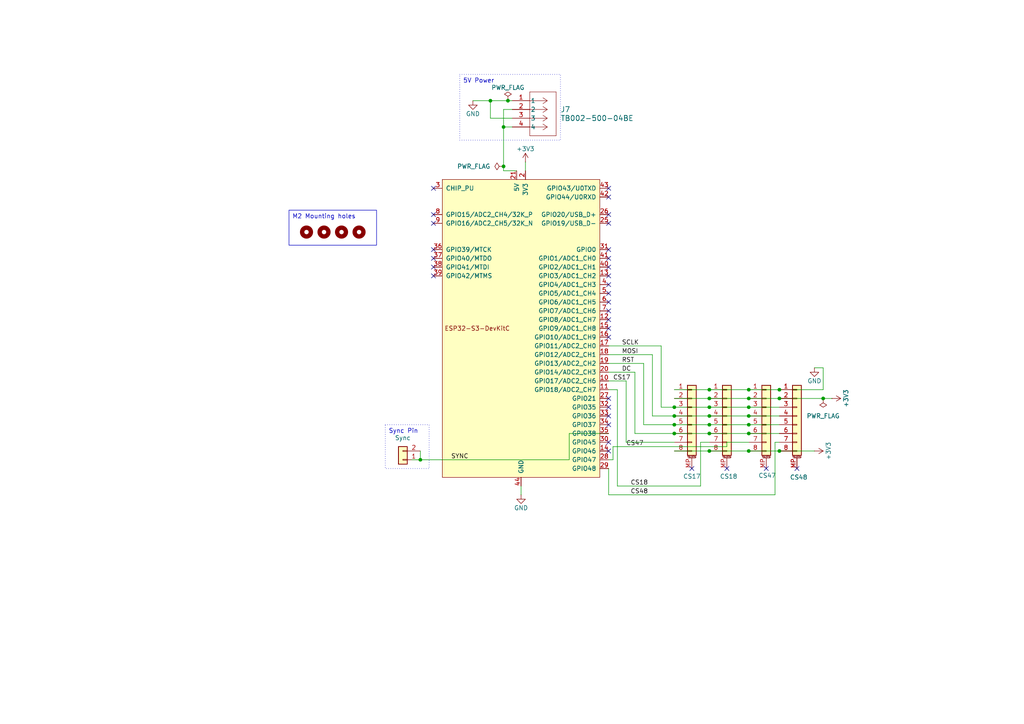
<source format=kicad_sch>
(kicad_sch
	(version 20231120)
	(generator "eeschema")
	(generator_version "8.0")
	(uuid "b072a156-d22c-49ef-ac5d-597de888ba30")
	(paper "A4")
	(lib_symbols
		(symbol "Connector_Generic:Conn_01x02"
			(pin_names
				(offset 1.016) hide)
			(exclude_from_sim no)
			(in_bom yes)
			(on_board yes)
			(property "Reference" "J"
				(at 0 2.54 0)
				(effects
					(font
						(size 1.27 1.27)
					)
				)
			)
			(property "Value" "Conn_01x02"
				(at 0 -5.08 0)
				(effects
					(font
						(size 1.27 1.27)
					)
				)
			)
			(property "Footprint" ""
				(at 0 0 0)
				(effects
					(font
						(size 1.27 1.27)
					)
					(hide yes)
				)
			)
			(property "Datasheet" "~"
				(at 0 0 0)
				(effects
					(font
						(size 1.27 1.27)
					)
					(hide yes)
				)
			)
			(property "Description" "Generic connector, single row, 01x02, script generated (kicad-library-utils/schlib/autogen/connector/)"
				(at 0 0 0)
				(effects
					(font
						(size 1.27 1.27)
					)
					(hide yes)
				)
			)
			(property "ki_keywords" "connector"
				(at 0 0 0)
				(effects
					(font
						(size 1.27 1.27)
					)
					(hide yes)
				)
			)
			(property "ki_fp_filters" "Connector*:*_1x??_*"
				(at 0 0 0)
				(effects
					(font
						(size 1.27 1.27)
					)
					(hide yes)
				)
			)
			(symbol "Conn_01x02_1_1"
				(rectangle
					(start -1.27 -2.413)
					(end 0 -2.667)
					(stroke
						(width 0.1524)
						(type default)
					)
					(fill
						(type none)
					)
				)
				(rectangle
					(start -1.27 0.127)
					(end 0 -0.127)
					(stroke
						(width 0.1524)
						(type default)
					)
					(fill
						(type none)
					)
				)
				(rectangle
					(start -1.27 1.27)
					(end 1.27 -3.81)
					(stroke
						(width 0.254)
						(type default)
					)
					(fill
						(type background)
					)
				)
				(pin passive line
					(at -5.08 0 0)
					(length 3.81)
					(name "Pin_1"
						(effects
							(font
								(size 1.27 1.27)
							)
						)
					)
					(number "1"
						(effects
							(font
								(size 1.27 1.27)
							)
						)
					)
				)
				(pin passive line
					(at -5.08 -2.54 0)
					(length 3.81)
					(name "Pin_2"
						(effects
							(font
								(size 1.27 1.27)
							)
						)
					)
					(number "2"
						(effects
							(font
								(size 1.27 1.27)
							)
						)
					)
				)
			)
		)
		(symbol "Connector_Generic_MountingPin:Conn_01x08_MountingPin"
			(pin_names
				(offset 1.016) hide)
			(exclude_from_sim no)
			(in_bom yes)
			(on_board yes)
			(property "Reference" "J"
				(at 0 10.16 0)
				(effects
					(font
						(size 1.27 1.27)
					)
				)
			)
			(property "Value" "Conn_01x08_MountingPin"
				(at 1.27 -12.7 0)
				(effects
					(font
						(size 1.27 1.27)
					)
					(justify left)
				)
			)
			(property "Footprint" ""
				(at 0 0 0)
				(effects
					(font
						(size 1.27 1.27)
					)
					(hide yes)
				)
			)
			(property "Datasheet" "~"
				(at 0 0 0)
				(effects
					(font
						(size 1.27 1.27)
					)
					(hide yes)
				)
			)
			(property "Description" "Generic connectable mounting pin connector, single row, 01x08, script generated (kicad-library-utils/schlib/autogen/connector/)"
				(at 0 0 0)
				(effects
					(font
						(size 1.27 1.27)
					)
					(hide yes)
				)
			)
			(property "ki_keywords" "connector"
				(at 0 0 0)
				(effects
					(font
						(size 1.27 1.27)
					)
					(hide yes)
				)
			)
			(property "ki_fp_filters" "Connector*:*_1x??-1MP*"
				(at 0 0 0)
				(effects
					(font
						(size 1.27 1.27)
					)
					(hide yes)
				)
			)
			(symbol "Conn_01x08_MountingPin_1_1"
				(rectangle
					(start -1.27 -10.033)
					(end 0 -10.287)
					(stroke
						(width 0.1524)
						(type default)
					)
					(fill
						(type none)
					)
				)
				(rectangle
					(start -1.27 -7.493)
					(end 0 -7.747)
					(stroke
						(width 0.1524)
						(type default)
					)
					(fill
						(type none)
					)
				)
				(rectangle
					(start -1.27 -4.953)
					(end 0 -5.207)
					(stroke
						(width 0.1524)
						(type default)
					)
					(fill
						(type none)
					)
				)
				(rectangle
					(start -1.27 -2.413)
					(end 0 -2.667)
					(stroke
						(width 0.1524)
						(type default)
					)
					(fill
						(type none)
					)
				)
				(rectangle
					(start -1.27 0.127)
					(end 0 -0.127)
					(stroke
						(width 0.1524)
						(type default)
					)
					(fill
						(type none)
					)
				)
				(rectangle
					(start -1.27 2.667)
					(end 0 2.413)
					(stroke
						(width 0.1524)
						(type default)
					)
					(fill
						(type none)
					)
				)
				(rectangle
					(start -1.27 5.207)
					(end 0 4.953)
					(stroke
						(width 0.1524)
						(type default)
					)
					(fill
						(type none)
					)
				)
				(rectangle
					(start -1.27 7.747)
					(end 0 7.493)
					(stroke
						(width 0.1524)
						(type default)
					)
					(fill
						(type none)
					)
				)
				(rectangle
					(start -1.27 8.89)
					(end 1.27 -11.43)
					(stroke
						(width 0.254)
						(type default)
					)
					(fill
						(type background)
					)
				)
				(polyline
					(pts
						(xy -1.016 -12.192) (xy 1.016 -12.192)
					)
					(stroke
						(width 0.1524)
						(type default)
					)
					(fill
						(type none)
					)
				)
				(text "Mounting"
					(at 0 -11.811 0)
					(effects
						(font
							(size 0.381 0.381)
						)
					)
				)
				(pin passive line
					(at -5.08 7.62 0)
					(length 3.81)
					(name "Pin_1"
						(effects
							(font
								(size 1.27 1.27)
							)
						)
					)
					(number "1"
						(effects
							(font
								(size 1.27 1.27)
							)
						)
					)
				)
				(pin passive line
					(at -5.08 5.08 0)
					(length 3.81)
					(name "Pin_2"
						(effects
							(font
								(size 1.27 1.27)
							)
						)
					)
					(number "2"
						(effects
							(font
								(size 1.27 1.27)
							)
						)
					)
				)
				(pin passive line
					(at -5.08 2.54 0)
					(length 3.81)
					(name "Pin_3"
						(effects
							(font
								(size 1.27 1.27)
							)
						)
					)
					(number "3"
						(effects
							(font
								(size 1.27 1.27)
							)
						)
					)
				)
				(pin passive line
					(at -5.08 0 0)
					(length 3.81)
					(name "Pin_4"
						(effects
							(font
								(size 1.27 1.27)
							)
						)
					)
					(number "4"
						(effects
							(font
								(size 1.27 1.27)
							)
						)
					)
				)
				(pin passive line
					(at -5.08 -2.54 0)
					(length 3.81)
					(name "Pin_5"
						(effects
							(font
								(size 1.27 1.27)
							)
						)
					)
					(number "5"
						(effects
							(font
								(size 1.27 1.27)
							)
						)
					)
				)
				(pin passive line
					(at -5.08 -5.08 0)
					(length 3.81)
					(name "Pin_6"
						(effects
							(font
								(size 1.27 1.27)
							)
						)
					)
					(number "6"
						(effects
							(font
								(size 1.27 1.27)
							)
						)
					)
				)
				(pin passive line
					(at -5.08 -7.62 0)
					(length 3.81)
					(name "Pin_7"
						(effects
							(font
								(size 1.27 1.27)
							)
						)
					)
					(number "7"
						(effects
							(font
								(size 1.27 1.27)
							)
						)
					)
				)
				(pin passive line
					(at -5.08 -10.16 0)
					(length 3.81)
					(name "Pin_8"
						(effects
							(font
								(size 1.27 1.27)
							)
						)
					)
					(number "8"
						(effects
							(font
								(size 1.27 1.27)
							)
						)
					)
				)
				(pin passive line
					(at 0 -15.24 90)
					(length 3.048)
					(name "MountPin"
						(effects
							(font
								(size 1.27 1.27)
							)
						)
					)
					(number "MP"
						(effects
							(font
								(size 1.27 1.27)
							)
						)
					)
				)
			)
		)
		(symbol "Mechanical:MountingHole"
			(pin_names
				(offset 1.016)
			)
			(exclude_from_sim no)
			(in_bom yes)
			(on_board yes)
			(property "Reference" "H"
				(at 0 5.08 0)
				(effects
					(font
						(size 1.27 1.27)
					)
				)
			)
			(property "Value" "MountingHole"
				(at 0 3.175 0)
				(effects
					(font
						(size 1.27 1.27)
					)
				)
			)
			(property "Footprint" ""
				(at 0 0 0)
				(effects
					(font
						(size 1.27 1.27)
					)
					(hide yes)
				)
			)
			(property "Datasheet" "~"
				(at 0 0 0)
				(effects
					(font
						(size 1.27 1.27)
					)
					(hide yes)
				)
			)
			(property "Description" "Mounting Hole without connection"
				(at 0 0 0)
				(effects
					(font
						(size 1.27 1.27)
					)
					(hide yes)
				)
			)
			(property "ki_keywords" "mounting hole"
				(at 0 0 0)
				(effects
					(font
						(size 1.27 1.27)
					)
					(hide yes)
				)
			)
			(property "ki_fp_filters" "MountingHole*"
				(at 0 0 0)
				(effects
					(font
						(size 1.27 1.27)
					)
					(hide yes)
				)
			)
			(symbol "MountingHole_0_1"
				(circle
					(center 0 0)
					(radius 1.27)
					(stroke
						(width 1.27)
						(type default)
					)
					(fill
						(type none)
					)
				)
			)
		)
		(symbol "PCM_Espressif:ESP32-S3-DevKitC"
			(pin_names
				(offset 1.016)
			)
			(exclude_from_sim no)
			(in_bom yes)
			(on_board yes)
			(property "Reference" "U"
				(at -22.86 48.26 0)
				(effects
					(font
						(size 1.27 1.27)
					)
					(justify left)
				)
			)
			(property "Value" "ESP32-S3-DevKitC"
				(at -22.86 45.72 0)
				(effects
					(font
						(size 1.27 1.27)
					)
					(justify left)
				)
			)
			(property "Footprint" "PCM_Espressif:ESP32-S3-DevKitC"
				(at 0 -57.15 0)
				(effects
					(font
						(size 1.27 1.27)
					)
					(hide yes)
				)
			)
			(property "Datasheet" ""
				(at -59.69 -2.54 0)
				(effects
					(font
						(size 1.27 1.27)
					)
					(hide yes)
				)
			)
			(property "Description" "ESP32-S3-DevKitC"
				(at 0 0 0)
				(effects
					(font
						(size 1.27 1.27)
					)
					(hide yes)
				)
			)
			(symbol "ESP32-S3-DevKitC_0_0"
				(text "ESP32-S3-DevKitC"
					(at -12.7 0 0)
					(effects
						(font
							(size 1.27 1.27)
						)
					)
				)
				(pin bidirectional line
					(at 25.4 -35.56 180)
					(length 2.54)
					(name "GPIO46"
						(effects
							(font
								(size 1.27 1.27)
							)
						)
					)
					(number "14"
						(effects
							(font
								(size 1.27 1.27)
							)
						)
					)
				)
				(pin bidirectional line
					(at 25.4 -10.16 180)
					(length 2.54)
					(name "GPIO13/ADC2_CH2"
						(effects
							(font
								(size 1.27 1.27)
							)
						)
					)
					(number "19"
						(effects
							(font
								(size 1.27 1.27)
							)
						)
					)
				)
				(pin bidirectional line
					(at -25.4 15.24 0)
					(length 2.54)
					(name "GPIO42/MTMS"
						(effects
							(font
								(size 1.27 1.27)
							)
						)
					)
					(number "39"
						(effects
							(font
								(size 1.27 1.27)
							)
						)
					)
				)
				(pin bidirectional line
					(at 25.4 17.78 180)
					(length 2.54)
					(name "GPIO2/ADC1_CH1"
						(effects
							(font
								(size 1.27 1.27)
							)
						)
					)
					(number "40"
						(effects
							(font
								(size 1.27 1.27)
							)
						)
					)
				)
				(pin bidirectional line
					(at 25.4 20.32 180)
					(length 2.54)
					(name "GPIO1/ADC1_CH0"
						(effects
							(font
								(size 1.27 1.27)
							)
						)
					)
					(number "41"
						(effects
							(font
								(size 1.27 1.27)
							)
						)
					)
				)
				(pin bidirectional line
					(at 25.4 38.1 180)
					(length 2.54)
					(name "GPIO44/U0RXD"
						(effects
							(font
								(size 1.27 1.27)
							)
						)
					)
					(number "42"
						(effects
							(font
								(size 1.27 1.27)
							)
						)
					)
				)
				(pin bidirectional line
					(at 25.4 40.64 180)
					(length 2.54)
					(name "GPIO43/U0TXD"
						(effects
							(font
								(size 1.27 1.27)
							)
						)
					)
					(number "43"
						(effects
							(font
								(size 1.27 1.27)
							)
						)
					)
				)
				(pin power_in line
					(at 0 -45.72 90)
					(length 2.54)
					(name "GND"
						(effects
							(font
								(size 1.27 1.27)
							)
						)
					)
					(number "44"
						(effects
							(font
								(size 1.27 1.27)
							)
						)
					)
				)
			)
			(symbol "ESP32-S3-DevKitC_0_1"
				(rectangle
					(start -22.86 43.18)
					(end 22.86 -43.18)
					(stroke
						(width 0)
						(type default)
					)
					(fill
						(type background)
					)
				)
				(pin power_in line
					(at 1.27 45.72 270)
					(length 2.54)
					(name "3V3"
						(effects
							(font
								(size 1.27 1.27)
							)
						)
					)
					(number "2"
						(effects
							(font
								(size 1.27 1.27)
							)
						)
					)
				)
			)
			(symbol "ESP32-S3-DevKitC_1_1"
				(pin passive line
					(at 1.27 45.72 270)
					(length 2.54) hide
					(name "3V3"
						(effects
							(font
								(size 1.27 1.27)
							)
						)
					)
					(number "1"
						(effects
							(font
								(size 1.27 1.27)
							)
						)
					)
				)
				(pin bidirectional line
					(at 25.4 -15.24 180)
					(length 2.54)
					(name "GPIO17/ADC2_CH6"
						(effects
							(font
								(size 1.27 1.27)
							)
						)
					)
					(number "10"
						(effects
							(font
								(size 1.27 1.27)
							)
						)
					)
				)
				(pin bidirectional line
					(at 25.4 -17.78 180)
					(length 2.54)
					(name "GPIO18/ADC2_CH7"
						(effects
							(font
								(size 1.27 1.27)
							)
						)
					)
					(number "11"
						(effects
							(font
								(size 1.27 1.27)
							)
						)
					)
				)
				(pin bidirectional line
					(at 25.4 2.54 180)
					(length 2.54)
					(name "GPIO8/ADC1_CH7"
						(effects
							(font
								(size 1.27 1.27)
							)
						)
					)
					(number "12"
						(effects
							(font
								(size 1.27 1.27)
							)
						)
					)
				)
				(pin bidirectional line
					(at 25.4 15.24 180)
					(length 2.54)
					(name "GPIO3/ADC1_CH2"
						(effects
							(font
								(size 1.27 1.27)
							)
						)
					)
					(number "13"
						(effects
							(font
								(size 1.27 1.27)
							)
						)
					)
				)
				(pin bidirectional line
					(at 25.4 0 180)
					(length 2.54)
					(name "GPIO9/ADC1_CH8"
						(effects
							(font
								(size 1.27 1.27)
							)
						)
					)
					(number "15"
						(effects
							(font
								(size 1.27 1.27)
							)
						)
					)
				)
				(pin bidirectional line
					(at 25.4 -2.54 180)
					(length 2.54)
					(name "GPIO10/ADC1_CH9"
						(effects
							(font
								(size 1.27 1.27)
							)
						)
					)
					(number "16"
						(effects
							(font
								(size 1.27 1.27)
							)
						)
					)
				)
				(pin bidirectional line
					(at 25.4 -5.08 180)
					(length 2.54)
					(name "GPIO11/ADC2_CH0"
						(effects
							(font
								(size 1.27 1.27)
							)
						)
					)
					(number "17"
						(effects
							(font
								(size 1.27 1.27)
							)
						)
					)
				)
				(pin bidirectional line
					(at 25.4 -7.62 180)
					(length 2.54)
					(name "GPIO12/ADC2_CH1"
						(effects
							(font
								(size 1.27 1.27)
							)
						)
					)
					(number "18"
						(effects
							(font
								(size 1.27 1.27)
							)
						)
					)
				)
				(pin bidirectional line
					(at 25.4 -12.7 180)
					(length 2.54)
					(name "GPIO14/ADC2_CH3"
						(effects
							(font
								(size 1.27 1.27)
							)
						)
					)
					(number "20"
						(effects
							(font
								(size 1.27 1.27)
							)
						)
					)
				)
				(pin power_in line
					(at -1.27 45.72 270)
					(length 2.54)
					(name "5V"
						(effects
							(font
								(size 1.27 1.27)
							)
						)
					)
					(number "21"
						(effects
							(font
								(size 1.27 1.27)
							)
						)
					)
				)
				(pin passive line
					(at 0 -45.72 90)
					(length 2.54) hide
					(name "GND"
						(effects
							(font
								(size 1.27 1.27)
							)
						)
					)
					(number "22"
						(effects
							(font
								(size 1.27 1.27)
							)
						)
					)
				)
				(pin passive line
					(at 0 -45.72 90)
					(length 2.54) hide
					(name "GND"
						(effects
							(font
								(size 1.27 1.27)
							)
						)
					)
					(number "23"
						(effects
							(font
								(size 1.27 1.27)
							)
						)
					)
				)
				(pin passive line
					(at 0 -45.72 90)
					(length 2.54) hide
					(name "GND"
						(effects
							(font
								(size 1.27 1.27)
							)
						)
					)
					(number "24"
						(effects
							(font
								(size 1.27 1.27)
							)
						)
					)
				)
				(pin bidirectional line
					(at 25.4 30.48 180)
					(length 2.54)
					(name "GPIO19/USB_D-"
						(effects
							(font
								(size 1.27 1.27)
							)
						)
					)
					(number "25"
						(effects
							(font
								(size 1.27 1.27)
							)
						)
					)
				)
				(pin bidirectional line
					(at 25.4 33.02 180)
					(length 2.54)
					(name "GPIO20/USB_D+"
						(effects
							(font
								(size 1.27 1.27)
							)
						)
					)
					(number "26"
						(effects
							(font
								(size 1.27 1.27)
							)
						)
					)
				)
				(pin bidirectional line
					(at 25.4 -20.32 180)
					(length 2.54)
					(name "GPIO21"
						(effects
							(font
								(size 1.27 1.27)
							)
						)
					)
					(number "27"
						(effects
							(font
								(size 1.27 1.27)
							)
						)
					)
				)
				(pin bidirectional line
					(at 25.4 -38.1 180)
					(length 2.54)
					(name "GPIO47"
						(effects
							(font
								(size 1.27 1.27)
							)
						)
					)
					(number "28"
						(effects
							(font
								(size 1.27 1.27)
							)
						)
					)
				)
				(pin bidirectional line
					(at 25.4 -40.64 180)
					(length 2.54)
					(name "GPIO48"
						(effects
							(font
								(size 1.27 1.27)
							)
						)
					)
					(number "29"
						(effects
							(font
								(size 1.27 1.27)
							)
						)
					)
				)
				(pin input line
					(at -25.4 40.64 0)
					(length 2.54)
					(name "CHIP_PU"
						(effects
							(font
								(size 1.27 1.27)
							)
						)
					)
					(number "3"
						(effects
							(font
								(size 1.27 1.27)
							)
						)
					)
				)
				(pin bidirectional line
					(at 25.4 -33.02 180)
					(length 2.54)
					(name "GPIO45"
						(effects
							(font
								(size 1.27 1.27)
							)
						)
					)
					(number "30"
						(effects
							(font
								(size 1.27 1.27)
							)
						)
					)
				)
				(pin bidirectional line
					(at 25.4 22.86 180)
					(length 2.54)
					(name "GPIO0"
						(effects
							(font
								(size 1.27 1.27)
							)
						)
					)
					(number "31"
						(effects
							(font
								(size 1.27 1.27)
							)
						)
					)
				)
				(pin bidirectional line
					(at 25.4 -22.86 180)
					(length 2.54)
					(name "GPIO35"
						(effects
							(font
								(size 1.27 1.27)
							)
						)
					)
					(number "32"
						(effects
							(font
								(size 1.27 1.27)
							)
						)
					)
				)
				(pin bidirectional line
					(at 25.4 -25.4 180)
					(length 2.54)
					(name "GPIO36"
						(effects
							(font
								(size 1.27 1.27)
							)
						)
					)
					(number "33"
						(effects
							(font
								(size 1.27 1.27)
							)
						)
					)
				)
				(pin bidirectional line
					(at 25.4 -27.94 180)
					(length 2.54)
					(name "GPIO37"
						(effects
							(font
								(size 1.27 1.27)
							)
						)
					)
					(number "34"
						(effects
							(font
								(size 1.27 1.27)
							)
						)
					)
				)
				(pin bidirectional line
					(at 25.4 -30.48 180)
					(length 2.54)
					(name "GPIO38"
						(effects
							(font
								(size 1.27 1.27)
							)
						)
					)
					(number "35"
						(effects
							(font
								(size 1.27 1.27)
							)
						)
					)
				)
				(pin bidirectional line
					(at -25.4 22.86 0)
					(length 2.54)
					(name "GPIO39/MTCK"
						(effects
							(font
								(size 1.27 1.27)
							)
						)
					)
					(number "36"
						(effects
							(font
								(size 1.27 1.27)
							)
						)
					)
				)
				(pin bidirectional line
					(at -25.4 20.32 0)
					(length 2.54)
					(name "GPIO40/MTDO"
						(effects
							(font
								(size 1.27 1.27)
							)
						)
					)
					(number "37"
						(effects
							(font
								(size 1.27 1.27)
							)
						)
					)
				)
				(pin bidirectional line
					(at -25.4 17.78 0)
					(length 2.54)
					(name "GPIO41/MTDI"
						(effects
							(font
								(size 1.27 1.27)
							)
						)
					)
					(number "38"
						(effects
							(font
								(size 1.27 1.27)
							)
						)
					)
				)
				(pin bidirectional line
					(at 25.4 12.7 180)
					(length 2.54)
					(name "GPIO4/ADC1_CH3"
						(effects
							(font
								(size 1.27 1.27)
							)
						)
					)
					(number "4"
						(effects
							(font
								(size 1.27 1.27)
							)
						)
					)
				)
				(pin bidirectional line
					(at 25.4 10.16 180)
					(length 2.54)
					(name "GPIO5/ADC1_CH4"
						(effects
							(font
								(size 1.27 1.27)
							)
						)
					)
					(number "5"
						(effects
							(font
								(size 1.27 1.27)
							)
						)
					)
				)
				(pin bidirectional line
					(at 25.4 7.62 180)
					(length 2.54)
					(name "GPIO6/ADC1_CH5"
						(effects
							(font
								(size 1.27 1.27)
							)
						)
					)
					(number "6"
						(effects
							(font
								(size 1.27 1.27)
							)
						)
					)
				)
				(pin bidirectional line
					(at 25.4 5.08 180)
					(length 2.54)
					(name "GPIO7/ADC1_CH6"
						(effects
							(font
								(size 1.27 1.27)
							)
						)
					)
					(number "7"
						(effects
							(font
								(size 1.27 1.27)
							)
						)
					)
				)
				(pin bidirectional line
					(at -25.4 33.02 0)
					(length 2.54)
					(name "GPIO15/ADC2_CH4/32K_P"
						(effects
							(font
								(size 1.27 1.27)
							)
						)
					)
					(number "8"
						(effects
							(font
								(size 1.27 1.27)
							)
						)
					)
				)
				(pin bidirectional line
					(at -25.4 30.48 0)
					(length 2.54)
					(name "GPIO16/ADC2_CH5/32K_N"
						(effects
							(font
								(size 1.27 1.27)
							)
						)
					)
					(number "9"
						(effects
							(font
								(size 1.27 1.27)
							)
						)
					)
				)
			)
		)
		(symbol "Terminal block blue:TB002-500-04BE"
			(pin_names
				(offset 0.254)
			)
			(exclude_from_sim no)
			(in_bom yes)
			(on_board yes)
			(property "Reference" "J"
				(at 8.89 6.35 0)
				(effects
					(font
						(size 1.524 1.524)
					)
				)
			)
			(property "Value" "TB002-500-04BE"
				(at 0 0 0)
				(effects
					(font
						(size 1.524 1.524)
					)
				)
			)
			(property "Footprint" "CONN4_TB002-500_787x299_CUD"
				(at 0 0 0)
				(effects
					(font
						(size 1.27 1.27)
						(italic yes)
					)
					(hide yes)
				)
			)
			(property "Datasheet" "TB002-500-04BE"
				(at 0 0 0)
				(effects
					(font
						(size 1.27 1.27)
						(italic yes)
					)
					(hide yes)
				)
			)
			(property "Description" ""
				(at 0 0 0)
				(effects
					(font
						(size 1.27 1.27)
					)
					(hide yes)
				)
			)
			(property "ki_locked" ""
				(at 0 0 0)
				(effects
					(font
						(size 1.27 1.27)
					)
				)
			)
			(property "ki_keywords" "TB002-500-04BE"
				(at 0 0 0)
				(effects
					(font
						(size 1.27 1.27)
					)
					(hide yes)
				)
			)
			(property "ki_fp_filters" "CONN4_TB002-500_787x299_CUD"
				(at 0 0 0)
				(effects
					(font
						(size 1.27 1.27)
					)
					(hide yes)
				)
			)
			(symbol "TB002-500-04BE_1_1"
				(polyline
					(pts
						(xy 5.08 -10.16) (xy 12.7 -10.16)
					)
					(stroke
						(width 0.127)
						(type default)
					)
					(fill
						(type none)
					)
				)
				(polyline
					(pts
						(xy 5.08 2.54) (xy 5.08 -10.16)
					)
					(stroke
						(width 0.127)
						(type default)
					)
					(fill
						(type none)
					)
				)
				(polyline
					(pts
						(xy 10.16 -7.62) (xy 5.08 -7.62)
					)
					(stroke
						(width 0.127)
						(type default)
					)
					(fill
						(type none)
					)
				)
				(polyline
					(pts
						(xy 10.16 -7.62) (xy 8.89 -8.4667)
					)
					(stroke
						(width 0.127)
						(type default)
					)
					(fill
						(type none)
					)
				)
				(polyline
					(pts
						(xy 10.16 -7.62) (xy 8.89 -6.7733)
					)
					(stroke
						(width 0.127)
						(type default)
					)
					(fill
						(type none)
					)
				)
				(polyline
					(pts
						(xy 10.16 -5.08) (xy 5.08 -5.08)
					)
					(stroke
						(width 0.127)
						(type default)
					)
					(fill
						(type none)
					)
				)
				(polyline
					(pts
						(xy 10.16 -5.08) (xy 8.89 -5.9267)
					)
					(stroke
						(width 0.127)
						(type default)
					)
					(fill
						(type none)
					)
				)
				(polyline
					(pts
						(xy 10.16 -5.08) (xy 8.89 -4.2333)
					)
					(stroke
						(width 0.127)
						(type default)
					)
					(fill
						(type none)
					)
				)
				(polyline
					(pts
						(xy 10.16 -2.54) (xy 5.08 -2.54)
					)
					(stroke
						(width 0.127)
						(type default)
					)
					(fill
						(type none)
					)
				)
				(polyline
					(pts
						(xy 10.16 -2.54) (xy 8.89 -3.3867)
					)
					(stroke
						(width 0.127)
						(type default)
					)
					(fill
						(type none)
					)
				)
				(polyline
					(pts
						(xy 10.16 -2.54) (xy 8.89 -1.6933)
					)
					(stroke
						(width 0.127)
						(type default)
					)
					(fill
						(type none)
					)
				)
				(polyline
					(pts
						(xy 10.16 0) (xy 5.08 0)
					)
					(stroke
						(width 0.127)
						(type default)
					)
					(fill
						(type none)
					)
				)
				(polyline
					(pts
						(xy 10.16 0) (xy 8.89 -0.8467)
					)
					(stroke
						(width 0.127)
						(type default)
					)
					(fill
						(type none)
					)
				)
				(polyline
					(pts
						(xy 10.16 0) (xy 8.89 0.8467)
					)
					(stroke
						(width 0.127)
						(type default)
					)
					(fill
						(type none)
					)
				)
				(polyline
					(pts
						(xy 12.7 -10.16) (xy 12.7 2.54)
					)
					(stroke
						(width 0.127)
						(type default)
					)
					(fill
						(type none)
					)
				)
				(polyline
					(pts
						(xy 12.7 2.54) (xy 5.08 2.54)
					)
					(stroke
						(width 0.127)
						(type default)
					)
					(fill
						(type none)
					)
				)
				(pin unspecified line
					(at 0 0 0)
					(length 5.08)
					(name "1"
						(effects
							(font
								(size 1.27 1.27)
							)
						)
					)
					(number "1"
						(effects
							(font
								(size 1.27 1.27)
							)
						)
					)
				)
				(pin unspecified line
					(at 0 -2.54 0)
					(length 5.08)
					(name "2"
						(effects
							(font
								(size 1.27 1.27)
							)
						)
					)
					(number "2"
						(effects
							(font
								(size 1.27 1.27)
							)
						)
					)
				)
				(pin unspecified line
					(at 0 -5.08 0)
					(length 5.08)
					(name "3"
						(effects
							(font
								(size 1.27 1.27)
							)
						)
					)
					(number "3"
						(effects
							(font
								(size 1.27 1.27)
							)
						)
					)
				)
				(pin unspecified line
					(at 0 -7.62 0)
					(length 5.08)
					(name "4"
						(effects
							(font
								(size 1.27 1.27)
							)
						)
					)
					(number "4"
						(effects
							(font
								(size 1.27 1.27)
							)
						)
					)
				)
			)
			(symbol "TB002-500-04BE_1_2"
				(polyline
					(pts
						(xy 5.08 -10.16) (xy 12.7 -10.16)
					)
					(stroke
						(width 0.127)
						(type default)
					)
					(fill
						(type none)
					)
				)
				(polyline
					(pts
						(xy 5.08 2.54) (xy 5.08 -10.16)
					)
					(stroke
						(width 0.127)
						(type default)
					)
					(fill
						(type none)
					)
				)
				(polyline
					(pts
						(xy 7.62 -7.62) (xy 5.08 -7.62)
					)
					(stroke
						(width 0.127)
						(type default)
					)
					(fill
						(type none)
					)
				)
				(polyline
					(pts
						(xy 7.62 -7.62) (xy 8.89 -8.4667)
					)
					(stroke
						(width 0.127)
						(type default)
					)
					(fill
						(type none)
					)
				)
				(polyline
					(pts
						(xy 7.62 -7.62) (xy 8.89 -6.7733)
					)
					(stroke
						(width 0.127)
						(type default)
					)
					(fill
						(type none)
					)
				)
				(polyline
					(pts
						(xy 7.62 -5.08) (xy 5.08 -5.08)
					)
					(stroke
						(width 0.127)
						(type default)
					)
					(fill
						(type none)
					)
				)
				(polyline
					(pts
						(xy 7.62 -5.08) (xy 8.89 -5.9267)
					)
					(stroke
						(width 0.127)
						(type default)
					)
					(fill
						(type none)
					)
				)
				(polyline
					(pts
						(xy 7.62 -5.08) (xy 8.89 -4.2333)
					)
					(stroke
						(width 0.127)
						(type default)
					)
					(fill
						(type none)
					)
				)
				(polyline
					(pts
						(xy 7.62 -2.54) (xy 5.08 -2.54)
					)
					(stroke
						(width 0.127)
						(type default)
					)
					(fill
						(type none)
					)
				)
				(polyline
					(pts
						(xy 7.62 -2.54) (xy 8.89 -3.3867)
					)
					(stroke
						(width 0.127)
						(type default)
					)
					(fill
						(type none)
					)
				)
				(polyline
					(pts
						(xy 7.62 -2.54) (xy 8.89 -1.6933)
					)
					(stroke
						(width 0.127)
						(type default)
					)
					(fill
						(type none)
					)
				)
				(polyline
					(pts
						(xy 7.62 0) (xy 5.08 0)
					)
					(stroke
						(width 0.127)
						(type default)
					)
					(fill
						(type none)
					)
				)
				(polyline
					(pts
						(xy 7.62 0) (xy 8.89 -0.8467)
					)
					(stroke
						(width 0.127)
						(type default)
					)
					(fill
						(type none)
					)
				)
				(polyline
					(pts
						(xy 7.62 0) (xy 8.89 0.8467)
					)
					(stroke
						(width 0.127)
						(type default)
					)
					(fill
						(type none)
					)
				)
				(polyline
					(pts
						(xy 12.7 -10.16) (xy 12.7 2.54)
					)
					(stroke
						(width 0.127)
						(type default)
					)
					(fill
						(type none)
					)
				)
				(polyline
					(pts
						(xy 12.7 2.54) (xy 5.08 2.54)
					)
					(stroke
						(width 0.127)
						(type default)
					)
					(fill
						(type none)
					)
				)
				(pin unspecified line
					(at 0 0 0)
					(length 5.08)
					(name "1"
						(effects
							(font
								(size 1.27 1.27)
							)
						)
					)
					(number "1"
						(effects
							(font
								(size 1.27 1.27)
							)
						)
					)
				)
				(pin unspecified line
					(at 0 -2.54 0)
					(length 5.08)
					(name "2"
						(effects
							(font
								(size 1.27 1.27)
							)
						)
					)
					(number "2"
						(effects
							(font
								(size 1.27 1.27)
							)
						)
					)
				)
				(pin unspecified line
					(at 0 -5.08 0)
					(length 5.08)
					(name "3"
						(effects
							(font
								(size 1.27 1.27)
							)
						)
					)
					(number "3"
						(effects
							(font
								(size 1.27 1.27)
							)
						)
					)
				)
				(pin unspecified line
					(at 0 -7.62 0)
					(length 5.08)
					(name "4"
						(effects
							(font
								(size 1.27 1.27)
							)
						)
					)
					(number "4"
						(effects
							(font
								(size 1.27 1.27)
							)
						)
					)
				)
			)
		)
		(symbol "power:+3V3"
			(power)
			(pin_numbers hide)
			(pin_names
				(offset 0) hide)
			(exclude_from_sim no)
			(in_bom yes)
			(on_board yes)
			(property "Reference" "#PWR"
				(at 0 -3.81 0)
				(effects
					(font
						(size 1.27 1.27)
					)
					(hide yes)
				)
			)
			(property "Value" "+3V3"
				(at 0 3.556 0)
				(effects
					(font
						(size 1.27 1.27)
					)
				)
			)
			(property "Footprint" ""
				(at 0 0 0)
				(effects
					(font
						(size 1.27 1.27)
					)
					(hide yes)
				)
			)
			(property "Datasheet" ""
				(at 0 0 0)
				(effects
					(font
						(size 1.27 1.27)
					)
					(hide yes)
				)
			)
			(property "Description" "Power symbol creates a global label with name \"+3V3\""
				(at 0 0 0)
				(effects
					(font
						(size 1.27 1.27)
					)
					(hide yes)
				)
			)
			(property "ki_keywords" "global power"
				(at 0 0 0)
				(effects
					(font
						(size 1.27 1.27)
					)
					(hide yes)
				)
			)
			(symbol "+3V3_0_1"
				(polyline
					(pts
						(xy -0.762 1.27) (xy 0 2.54)
					)
					(stroke
						(width 0)
						(type default)
					)
					(fill
						(type none)
					)
				)
				(polyline
					(pts
						(xy 0 0) (xy 0 2.54)
					)
					(stroke
						(width 0)
						(type default)
					)
					(fill
						(type none)
					)
				)
				(polyline
					(pts
						(xy 0 2.54) (xy 0.762 1.27)
					)
					(stroke
						(width 0)
						(type default)
					)
					(fill
						(type none)
					)
				)
			)
			(symbol "+3V3_1_1"
				(pin power_in line
					(at 0 0 90)
					(length 0)
					(name "~"
						(effects
							(font
								(size 1.27 1.27)
							)
						)
					)
					(number "1"
						(effects
							(font
								(size 1.27 1.27)
							)
						)
					)
				)
			)
		)
		(symbol "power:GND"
			(power)
			(pin_numbers hide)
			(pin_names
				(offset 0) hide)
			(exclude_from_sim no)
			(in_bom yes)
			(on_board yes)
			(property "Reference" "#PWR"
				(at 0 -6.35 0)
				(effects
					(font
						(size 1.27 1.27)
					)
					(hide yes)
				)
			)
			(property "Value" "GND"
				(at 0 -3.81 0)
				(effects
					(font
						(size 1.27 1.27)
					)
				)
			)
			(property "Footprint" ""
				(at 0 0 0)
				(effects
					(font
						(size 1.27 1.27)
					)
					(hide yes)
				)
			)
			(property "Datasheet" ""
				(at 0 0 0)
				(effects
					(font
						(size 1.27 1.27)
					)
					(hide yes)
				)
			)
			(property "Description" "Power symbol creates a global label with name \"GND\" , ground"
				(at 0 0 0)
				(effects
					(font
						(size 1.27 1.27)
					)
					(hide yes)
				)
			)
			(property "ki_keywords" "global power"
				(at 0 0 0)
				(effects
					(font
						(size 1.27 1.27)
					)
					(hide yes)
				)
			)
			(symbol "GND_0_1"
				(polyline
					(pts
						(xy 0 0) (xy 0 -1.27) (xy 1.27 -1.27) (xy 0 -2.54) (xy -1.27 -1.27) (xy 0 -1.27)
					)
					(stroke
						(width 0)
						(type default)
					)
					(fill
						(type none)
					)
				)
			)
			(symbol "GND_1_1"
				(pin power_in line
					(at 0 0 270)
					(length 0)
					(name "~"
						(effects
							(font
								(size 1.27 1.27)
							)
						)
					)
					(number "1"
						(effects
							(font
								(size 1.27 1.27)
							)
						)
					)
				)
			)
		)
		(symbol "power:PWR_FLAG"
			(power)
			(pin_numbers hide)
			(pin_names
				(offset 0) hide)
			(exclude_from_sim no)
			(in_bom yes)
			(on_board yes)
			(property "Reference" "#FLG"
				(at 0 1.905 0)
				(effects
					(font
						(size 1.27 1.27)
					)
					(hide yes)
				)
			)
			(property "Value" "PWR_FLAG"
				(at 0 3.81 0)
				(effects
					(font
						(size 1.27 1.27)
					)
				)
			)
			(property "Footprint" ""
				(at 0 0 0)
				(effects
					(font
						(size 1.27 1.27)
					)
					(hide yes)
				)
			)
			(property "Datasheet" "~"
				(at 0 0 0)
				(effects
					(font
						(size 1.27 1.27)
					)
					(hide yes)
				)
			)
			(property "Description" "Special symbol for telling ERC where power comes from"
				(at 0 0 0)
				(effects
					(font
						(size 1.27 1.27)
					)
					(hide yes)
				)
			)
			(property "ki_keywords" "flag power"
				(at 0 0 0)
				(effects
					(font
						(size 1.27 1.27)
					)
					(hide yes)
				)
			)
			(symbol "PWR_FLAG_0_0"
				(pin power_out line
					(at 0 0 90)
					(length 0)
					(name "~"
						(effects
							(font
								(size 1.27 1.27)
							)
						)
					)
					(number "1"
						(effects
							(font
								(size 1.27 1.27)
							)
						)
					)
				)
			)
			(symbol "PWR_FLAG_0_1"
				(polyline
					(pts
						(xy 0 0) (xy 0 1.27) (xy -1.016 1.905) (xy 0 2.54) (xy 1.016 1.905) (xy 0 1.27)
					)
					(stroke
						(width 0)
						(type default)
					)
					(fill
						(type none)
					)
				)
			)
		)
	)
	(junction
		(at 205.74 115.57)
		(diameter 0)
		(color 0 0 0 0)
		(uuid "01469c3d-0a67-44b1-8878-309cfef6b2c4")
	)
	(junction
		(at 195.58 125.73)
		(diameter 0)
		(color 0 0 0 0)
		(uuid "08097aa9-a80f-4219-8168-baa02d943101")
	)
	(junction
		(at 217.17 130.81)
		(diameter 0)
		(color 0 0 0 0)
		(uuid "1508fb70-74ee-42c6-9146-dc1f8cfc0d9e")
	)
	(junction
		(at 217.17 125.73)
		(diameter 0)
		(color 0 0 0 0)
		(uuid "1580febb-72ed-4739-98cf-fdd9e0caf377")
	)
	(junction
		(at 238.76 115.57)
		(diameter 0)
		(color 0 0 0 0)
		(uuid "2483a078-23c6-49d5-9e10-6f7e18774155")
	)
	(junction
		(at 217.17 115.57)
		(diameter 0)
		(color 0 0 0 0)
		(uuid "38ebd02b-af00-4210-aab3-1575096ef98c")
	)
	(junction
		(at 195.58 123.19)
		(diameter 0)
		(color 0 0 0 0)
		(uuid "3af09d62-8802-4011-95e1-7e8735469353")
	)
	(junction
		(at 217.17 120.65)
		(diameter 0)
		(color 0 0 0 0)
		(uuid "3b2d2e7c-5024-452d-b4a3-84cc19152a8c")
	)
	(junction
		(at 226.06 130.81)
		(diameter 0)
		(color 0 0 0 0)
		(uuid "6e58a55b-8e84-40fb-9040-749c6ec0e5e1")
	)
	(junction
		(at 205.74 130.81)
		(diameter 0)
		(color 0 0 0 0)
		(uuid "6fac8940-5f1b-438c-b067-b50460a1059b")
	)
	(junction
		(at 121.92 133.35)
		(diameter 0)
		(color 0 0 0 0)
		(uuid "7c1f2440-f9a3-4e14-8d4f-00d73f16aa85")
	)
	(junction
		(at 147.32 29.21)
		(diameter 0)
		(color 0 0 0 0)
		(uuid "7d39c8f3-98b8-4269-8ec5-052570f00e9c")
	)
	(junction
		(at 195.58 118.11)
		(diameter 0)
		(color 0 0 0 0)
		(uuid "8445e071-fff6-47a2-91c4-ee16504a01a9")
	)
	(junction
		(at 205.74 113.03)
		(diameter 0)
		(color 0 0 0 0)
		(uuid "888efbdc-c550-4642-a1f8-b757ac50afa2")
	)
	(junction
		(at 146.05 36.83)
		(diameter 0)
		(color 0 0 0 0)
		(uuid "9b240ac2-da77-4ffb-94aa-3d5e1959ce3c")
	)
	(junction
		(at 217.17 123.19)
		(diameter 0)
		(color 0 0 0 0)
		(uuid "aad2167f-5789-4b38-b3dd-3919da803732")
	)
	(junction
		(at 142.24 29.21)
		(diameter 0)
		(color 0 0 0 0)
		(uuid "b660e3b0-51db-4b6c-9fc4-85354f59910e")
	)
	(junction
		(at 205.74 123.19)
		(diameter 0)
		(color 0 0 0 0)
		(uuid "c0f3f0ef-0773-4cae-adc8-a24dd6b2fd2f")
	)
	(junction
		(at 217.17 118.11)
		(diameter 0)
		(color 0 0 0 0)
		(uuid "c412bec7-9cb7-4a4c-abda-a93a66f7425e")
	)
	(junction
		(at 217.17 113.03)
		(diameter 0)
		(color 0 0 0 0)
		(uuid "c722f7fc-0309-44dd-9537-9ff415a4c514")
	)
	(junction
		(at 226.06 115.57)
		(diameter 0)
		(color 0 0 0 0)
		(uuid "cec92abf-d273-4dbb-ac95-d43f7cd373ed")
	)
	(junction
		(at 205.74 120.65)
		(diameter 0)
		(color 0 0 0 0)
		(uuid "d6c2982c-5f25-4d68-b428-2d7160098968")
	)
	(junction
		(at 195.58 120.65)
		(diameter 0)
		(color 0 0 0 0)
		(uuid "da7bf233-fdd9-4b56-b9f9-e024eee43491")
	)
	(junction
		(at 226.06 113.03)
		(diameter 0)
		(color 0 0 0 0)
		(uuid "da7d470d-a9d8-4e97-91ed-59ebf8604a12")
	)
	(junction
		(at 146.05 48.26)
		(diameter 0)
		(color 0 0 0 0)
		(uuid "e3b3888b-8739-4958-8b81-0b364978a2be")
	)
	(junction
		(at 205.74 125.73)
		(diameter 0)
		(color 0 0 0 0)
		(uuid "e4c9b81a-0cd0-49a8-85c0-9529e77d10fc")
	)
	(junction
		(at 205.74 118.11)
		(diameter 0)
		(color 0 0 0 0)
		(uuid "eaa1f994-14e6-4fc3-b9e3-3c7eba0ea8c4")
	)
	(no_connect
		(at 176.53 64.77)
		(uuid "084d98a7-9a0e-4ac1-b049-43097beea2e3")
	)
	(no_connect
		(at 176.53 62.23)
		(uuid "0f67cbb9-c905-4bce-8212-6b353b553d52")
	)
	(no_connect
		(at 176.53 82.55)
		(uuid "179483bf-942d-46cf-a94d-6039e69dde28")
	)
	(no_connect
		(at 176.53 115.57)
		(uuid "1c59856a-0724-47a9-8307-ee8681854656")
	)
	(no_connect
		(at 125.73 80.01)
		(uuid "3185173e-3488-48e7-aa8a-d93cf2d528a3")
	)
	(no_connect
		(at 222.25 135.89)
		(uuid "32ac6f55-7c81-40c2-a246-b95bd07b50e6")
	)
	(no_connect
		(at 125.73 72.39)
		(uuid "3885e4b2-a6c5-4737-91b0-88be75c77dc5")
	)
	(no_connect
		(at 125.73 77.47)
		(uuid "4a50a94e-4656-40b3-91dd-aac8411057cf")
	)
	(no_connect
		(at 176.53 85.09)
		(uuid "4a7a5b84-f28c-4b51-a730-247b55b05cb1")
	)
	(no_connect
		(at 176.53 54.61)
		(uuid "57f7e6a4-6ab7-4f11-8c6e-662c0d3a76cf")
	)
	(no_connect
		(at 176.53 120.65)
		(uuid "59df2cba-631a-4c3d-b936-f98b49af20d5")
	)
	(no_connect
		(at 125.73 54.61)
		(uuid "62ea7f2a-70bd-46f0-9bb7-b330b9edde9b")
	)
	(no_connect
		(at 176.53 90.17)
		(uuid "641b44d2-6e98-443c-b480-3ef150d679e8")
	)
	(no_connect
		(at 176.53 123.19)
		(uuid "6506953a-c10d-4ac1-983d-eff10491d7f5")
	)
	(no_connect
		(at 176.53 72.39)
		(uuid "65282b4b-94e0-417b-a022-844ab495822c")
	)
	(no_connect
		(at 200.66 135.89)
		(uuid "65e5a343-93e1-4dd5-b8f8-0de87a2e85f4")
	)
	(no_connect
		(at 176.53 77.47)
		(uuid "6bfa0332-3b8b-410d-a35c-570c16d401f8")
	)
	(no_connect
		(at 176.53 87.63)
		(uuid "720af037-018b-44bf-8596-0682b5f4a48b")
	)
	(no_connect
		(at 176.53 118.11)
		(uuid "72583b3b-7955-4e27-bc38-fb84e992561d")
	)
	(no_connect
		(at 176.53 97.79)
		(uuid "841bdd72-b14a-475f-b37c-5a6fefb4a45d")
	)
	(no_connect
		(at 176.53 95.25)
		(uuid "89e616a5-3282-4992-9ae6-ace0dc5e4304")
	)
	(no_connect
		(at 176.53 80.01)
		(uuid "9d30011a-9d06-4ca4-a629-fa3cb5d0e65e")
	)
	(no_connect
		(at 210.82 135.89)
		(uuid "9f804b7f-99dd-4534-8ce2-0266bd161142")
	)
	(no_connect
		(at 231.14 135.89)
		(uuid "a45f73c9-dfa5-47fc-9886-673deb23f1e9")
	)
	(no_connect
		(at 176.53 74.93)
		(uuid "aa316818-5bfd-46e8-8540-262f8e00321f")
	)
	(no_connect
		(at 125.73 74.93)
		(uuid "af0804fe-3b6e-456e-aaa7-d123fbdc7462")
	)
	(no_connect
		(at 176.53 57.15)
		(uuid "c2e7c49d-85af-4eb4-995f-767773f48d1c")
	)
	(no_connect
		(at 125.73 64.77)
		(uuid "e6885f77-c625-43ba-a6a3-765816f6cbc5")
	)
	(no_connect
		(at 125.73 62.23)
		(uuid "e72333f1-abec-44c1-a853-e34970b26150")
	)
	(no_connect
		(at 176.53 130.81)
		(uuid "e844bcf7-3c71-41c2-9b55-566fdee380ad")
	)
	(no_connect
		(at 176.53 92.71)
		(uuid "ed6baf33-466e-4a32-9ebf-b4bfd18656b1")
	)
	(no_connect
		(at 176.53 128.27)
		(uuid "f3026d70-cf1e-422e-bb93-4c7f3567ac1f")
	)
	(wire
		(pts
			(xy 205.74 130.81) (xy 217.17 130.81)
		)
		(stroke
			(width 0)
			(type default)
		)
		(uuid "06396ef4-8095-426b-967f-326b90308e10")
	)
	(wire
		(pts
			(xy 191.77 118.11) (xy 191.77 100.33)
		)
		(stroke
			(width 0)
			(type default)
		)
		(uuid "0e26aedf-8cf8-40e9-9e83-78735c19ae1e")
	)
	(wire
		(pts
			(xy 238.76 113.03) (xy 226.06 113.03)
		)
		(stroke
			(width 0)
			(type default)
		)
		(uuid "13453af2-0049-4f37-bc74-f80182c69808")
	)
	(wire
		(pts
			(xy 217.17 128.27) (xy 210.82 128.27)
		)
		(stroke
			(width 0)
			(type default)
		)
		(uuid "164de250-2f45-4d32-90d1-54e8a1d6530e")
	)
	(wire
		(pts
			(xy 195.58 115.57) (xy 205.74 115.57)
		)
		(stroke
			(width 0)
			(type default)
		)
		(uuid "190abea4-7be6-4598-9627-0f2b0443e620")
	)
	(wire
		(pts
			(xy 149.86 49.53) (xy 146.05 49.53)
		)
		(stroke
			(width 0)
			(type default)
		)
		(uuid "19738bfe-0201-4531-90e0-916c0c816cb5")
	)
	(wire
		(pts
			(xy 210.82 128.27) (xy 210.82 129.54)
		)
		(stroke
			(width 0)
			(type default)
		)
		(uuid "1af560d7-cf7e-4d96-ad9e-723394f79443")
	)
	(wire
		(pts
			(xy 195.58 120.65) (xy 189.23 120.65)
		)
		(stroke
			(width 0)
			(type default)
		)
		(uuid "216f0921-eebf-45f3-a7d3-dd6a0a03b7dc")
	)
	(wire
		(pts
			(xy 203.2 128.27) (xy 203.2 140.97)
		)
		(stroke
			(width 0)
			(type default)
		)
		(uuid "33abfec1-a9eb-45be-985e-d3aa69bf0c7f")
	)
	(wire
		(pts
			(xy 177.8 133.35) (xy 176.53 133.35)
		)
		(stroke
			(width 0)
			(type default)
		)
		(uuid "3878c040-fe9f-4534-827b-d31e11d5d584")
	)
	(wire
		(pts
			(xy 238.76 106.68) (xy 236.22 106.68)
		)
		(stroke
			(width 0)
			(type default)
		)
		(uuid "38967b05-5c3b-4aa6-950d-0f36480e82b7")
	)
	(wire
		(pts
			(xy 195.58 125.73) (xy 205.74 125.73)
		)
		(stroke
			(width 0)
			(type default)
		)
		(uuid "3adba98f-ce29-4e0c-ada5-a45a545a8d6f")
	)
	(wire
		(pts
			(xy 189.23 120.65) (xy 189.23 102.87)
		)
		(stroke
			(width 0)
			(type default)
		)
		(uuid "3bb1fd3a-b393-459b-89b0-b9445069971d")
	)
	(wire
		(pts
			(xy 205.74 118.11) (xy 217.17 118.11)
		)
		(stroke
			(width 0)
			(type default)
		)
		(uuid "426a7d84-6289-434f-9451-8a469de66183")
	)
	(wire
		(pts
			(xy 177.8 129.54) (xy 177.8 133.35)
		)
		(stroke
			(width 0)
			(type default)
		)
		(uuid "4493041b-9f0c-458a-bf39-a38a91828372")
	)
	(wire
		(pts
			(xy 205.74 113.03) (xy 195.58 113.03)
		)
		(stroke
			(width 0)
			(type default)
		)
		(uuid "48a54b7e-b4b9-428d-b2ff-97e00a3a73de")
	)
	(wire
		(pts
			(xy 195.58 125.73) (xy 184.15 125.73)
		)
		(stroke
			(width 0)
			(type default)
		)
		(uuid "4b1d8666-f32e-4ee1-a761-a792ad9e9f63")
	)
	(wire
		(pts
			(xy 186.69 105.41) (xy 176.53 105.41)
		)
		(stroke
			(width 0)
			(type default)
		)
		(uuid "4c321bb1-9dab-40c6-996f-34c3399f489f")
	)
	(wire
		(pts
			(xy 189.23 102.87) (xy 176.53 102.87)
		)
		(stroke
			(width 0)
			(type default)
		)
		(uuid "4d099dfa-c1c0-4d27-b8a3-d83054d30dc2")
	)
	(wire
		(pts
			(xy 121.92 133.35) (xy 165.1 133.35)
		)
		(stroke
			(width 0)
			(type default)
		)
		(uuid "4da541e5-5a5c-429a-83ab-3c9ab19f179c")
	)
	(wire
		(pts
			(xy 217.17 113.03) (xy 226.06 113.03)
		)
		(stroke
			(width 0)
			(type default)
		)
		(uuid "5174a74c-af90-4fef-8949-9c4dcb2a887c")
	)
	(wire
		(pts
			(xy 195.58 118.11) (xy 191.77 118.11)
		)
		(stroke
			(width 0)
			(type default)
		)
		(uuid "51828ef9-0d4e-413a-8173-3aa640ab09c2")
	)
	(wire
		(pts
			(xy 224.79 143.51) (xy 176.53 143.51)
		)
		(stroke
			(width 0)
			(type default)
		)
		(uuid "5e55f45c-035a-4724-b225-54217d8b322c")
	)
	(wire
		(pts
			(xy 195.58 123.19) (xy 205.74 123.19)
		)
		(stroke
			(width 0)
			(type default)
		)
		(uuid "5f776cdb-a56d-4819-8bfa-3a741385e3a6")
	)
	(wire
		(pts
			(xy 186.69 123.19) (xy 186.69 105.41)
		)
		(stroke
			(width 0)
			(type default)
		)
		(uuid "67817f20-f402-410c-8907-b949b4992bb8")
	)
	(wire
		(pts
			(xy 191.77 100.33) (xy 176.53 100.33)
		)
		(stroke
			(width 0)
			(type default)
		)
		(uuid "67bf36aa-b576-469c-90ee-81da2cb8f19d")
	)
	(wire
		(pts
			(xy 226.06 128.27) (xy 224.79 128.27)
		)
		(stroke
			(width 0)
			(type default)
		)
		(uuid "6b08b03f-271f-49e5-a1b3-2de6981cb1e4")
	)
	(wire
		(pts
			(xy 205.74 128.27) (xy 203.2 128.27)
		)
		(stroke
			(width 0)
			(type default)
		)
		(uuid "6e1f2224-f1fe-47e8-aaf0-03d69287315d")
	)
	(wire
		(pts
			(xy 147.32 29.21) (xy 148.59 29.21)
		)
		(stroke
			(width 0)
			(type default)
		)
		(uuid "71db58fc-1b26-4e0b-b98a-77d39bf5706d")
	)
	(wire
		(pts
			(xy 195.58 130.81) (xy 205.74 130.81)
		)
		(stroke
			(width 0)
			(type default)
		)
		(uuid "7d7d7c0e-9692-4ac2-93ec-894c57fd2ae2")
	)
	(wire
		(pts
			(xy 226.06 130.81) (xy 236.22 130.81)
		)
		(stroke
			(width 0)
			(type default)
		)
		(uuid "7ed0fc7f-724e-48f9-a7cc-5f9c4ed1e484")
	)
	(wire
		(pts
			(xy 179.07 140.97) (xy 179.07 113.03)
		)
		(stroke
			(width 0)
			(type default)
		)
		(uuid "7fe4c458-b4e3-4db6-8df2-d81e254cd3cf")
	)
	(wire
		(pts
			(xy 146.05 36.83) (xy 146.05 48.26)
		)
		(stroke
			(width 0)
			(type default)
		)
		(uuid "828ff146-2109-4044-a043-d807b5810fb1")
	)
	(wire
		(pts
			(xy 195.58 128.27) (xy 181.61 128.27)
		)
		(stroke
			(width 0)
			(type default)
		)
		(uuid "86a16b9b-a4a6-435e-850c-7251408d24a7")
	)
	(wire
		(pts
			(xy 121.92 130.81) (xy 121.92 133.35)
		)
		(stroke
			(width 0)
			(type default)
		)
		(uuid "8700da57-58ca-4ae1-b4bd-909b00ae53cf")
	)
	(wire
		(pts
			(xy 181.61 110.49) (xy 176.53 110.49)
		)
		(stroke
			(width 0)
			(type default)
		)
		(uuid "8c0d8555-7f61-40fe-9eae-ca6684e4548e")
	)
	(wire
		(pts
			(xy 184.15 125.73) (xy 184.15 107.95)
		)
		(stroke
			(width 0)
			(type default)
		)
		(uuid "91248658-7201-482e-9d79-a8e94ffb1d21")
	)
	(wire
		(pts
			(xy 238.76 106.68) (xy 238.76 113.03)
		)
		(stroke
			(width 0)
			(type default)
		)
		(uuid "919969b7-fd64-4e68-b8f4-4ff007ccd355")
	)
	(wire
		(pts
			(xy 181.61 128.27) (xy 181.61 110.49)
		)
		(stroke
			(width 0)
			(type default)
		)
		(uuid "93607841-1414-42e6-b0b0-b63a6279461a")
	)
	(wire
		(pts
			(xy 195.58 120.65) (xy 205.74 120.65)
		)
		(stroke
			(width 0)
			(type default)
		)
		(uuid "9875dc5f-1ea7-4235-b28c-b36cdff79a63")
	)
	(wire
		(pts
			(xy 217.17 118.11) (xy 226.06 118.11)
		)
		(stroke
			(width 0)
			(type default)
		)
		(uuid "9e0b1eb7-5c8a-4f3a-8403-a8caed2e318f")
	)
	(wire
		(pts
			(xy 203.2 140.97) (xy 179.07 140.97)
		)
		(stroke
			(width 0)
			(type default)
		)
		(uuid "a40c8ac3-4495-461a-a57b-ee0ccdf62995")
	)
	(wire
		(pts
			(xy 205.74 125.73) (xy 217.17 125.73)
		)
		(stroke
			(width 0)
			(type default)
		)
		(uuid "a57d3a34-e4bb-4aa9-a566-2acfdb624805")
	)
	(wire
		(pts
			(xy 205.74 113.03) (xy 217.17 113.03)
		)
		(stroke
			(width 0)
			(type default)
		)
		(uuid "a9dfc174-4047-4e81-bcb8-3f57ae18217f")
	)
	(wire
		(pts
			(xy 205.74 115.57) (xy 217.17 115.57)
		)
		(stroke
			(width 0)
			(type default)
		)
		(uuid "abb0ae3c-44db-42b3-b03c-e5bdeb8a67ff")
	)
	(wire
		(pts
			(xy 148.59 31.75) (xy 146.05 31.75)
		)
		(stroke
			(width 0)
			(type default)
		)
		(uuid "b1463058-0f29-4226-8a3b-7e2e17bea2c8")
	)
	(wire
		(pts
			(xy 217.17 123.19) (xy 226.06 123.19)
		)
		(stroke
			(width 0)
			(type default)
		)
		(uuid "b2dc6bfc-d291-49f4-a6d1-31d97b0a8841")
	)
	(wire
		(pts
			(xy 176.53 143.51) (xy 176.53 135.89)
		)
		(stroke
			(width 0)
			(type default)
		)
		(uuid "b6d2f6cc-834a-4f97-9306-9a51c0542698")
	)
	(wire
		(pts
			(xy 142.24 34.29) (xy 142.24 29.21)
		)
		(stroke
			(width 0)
			(type default)
		)
		(uuid "b87433c4-d466-41ea-abd7-f0c9216b66fd")
	)
	(wire
		(pts
			(xy 224.79 128.27) (xy 224.79 143.51)
		)
		(stroke
			(width 0)
			(type default)
		)
		(uuid "b8d4ee80-8e0f-4f37-84de-31f4d94f3e49")
	)
	(wire
		(pts
			(xy 146.05 31.75) (xy 146.05 36.83)
		)
		(stroke
			(width 0)
			(type default)
		)
		(uuid "ba993482-ce6c-47f5-8ecb-346764150386")
	)
	(wire
		(pts
			(xy 195.58 118.11) (xy 205.74 118.11)
		)
		(stroke
			(width 0)
			(type default)
		)
		(uuid "bd003d50-7a5b-4a0f-a59b-2a268bfc96a3")
	)
	(wire
		(pts
			(xy 179.07 113.03) (xy 176.53 113.03)
		)
		(stroke
			(width 0)
			(type default)
		)
		(uuid "be514343-7a2c-45bd-8ce7-88f184931df5")
	)
	(wire
		(pts
			(xy 165.1 125.73) (xy 176.53 125.73)
		)
		(stroke
			(width 0)
			(type default)
		)
		(uuid "bf8f7678-30f5-4b17-a85e-e0ecb3a5119a")
	)
	(wire
		(pts
			(xy 205.74 120.65) (xy 217.17 120.65)
		)
		(stroke
			(width 0)
			(type default)
		)
		(uuid "c4f277af-032f-4a9f-88e0-856582f1612c")
	)
	(wire
		(pts
			(xy 210.82 129.54) (xy 177.8 129.54)
		)
		(stroke
			(width 0)
			(type default)
		)
		(uuid "c624c8c7-18bc-4a9a-a608-f5d29ce0fcac")
	)
	(wire
		(pts
			(xy 146.05 49.53) (xy 146.05 48.26)
		)
		(stroke
			(width 0)
			(type default)
		)
		(uuid "c98412c5-f713-4a41-8761-e1217fa3f203")
	)
	(wire
		(pts
			(xy 217.17 115.57) (xy 226.06 115.57)
		)
		(stroke
			(width 0)
			(type default)
		)
		(uuid "c9e64d65-0525-4a49-8b49-bae121e5aa72")
	)
	(wire
		(pts
			(xy 142.24 29.21) (xy 147.32 29.21)
		)
		(stroke
			(width 0)
			(type default)
		)
		(uuid "cdb21267-afb3-4afa-87b4-eac91f969676")
	)
	(wire
		(pts
			(xy 137.16 29.21) (xy 142.24 29.21)
		)
		(stroke
			(width 0)
			(type default)
		)
		(uuid "ce8b8c02-4a19-477e-9763-14c09a5438db")
	)
	(wire
		(pts
			(xy 152.4 46.99) (xy 152.4 49.53)
		)
		(stroke
			(width 0)
			(type default)
		)
		(uuid "d0359355-be2a-4365-bf6c-45dd57f1fdfe")
	)
	(wire
		(pts
			(xy 217.17 125.73) (xy 226.06 125.73)
		)
		(stroke
			(width 0)
			(type default)
		)
		(uuid "d16e7616-58e6-41a2-830b-a2bc49053f53")
	)
	(wire
		(pts
			(xy 217.17 130.81) (xy 226.06 130.81)
		)
		(stroke
			(width 0)
			(type default)
		)
		(uuid "d1cc7f94-3fb0-4aa2-b9e1-465cdca0b029")
	)
	(wire
		(pts
			(xy 121.92 133.35) (xy 119.38 133.35)
		)
		(stroke
			(width 0)
			(type default)
		)
		(uuid "d34dedb0-c028-4598-be34-513ddcc3480f")
	)
	(wire
		(pts
			(xy 238.76 115.57) (xy 241.3 115.57)
		)
		(stroke
			(width 0)
			(type default)
		)
		(uuid "d7f70f6f-96a1-4709-9fa7-abe39e745fb1")
	)
	(wire
		(pts
			(xy 195.58 123.19) (xy 186.69 123.19)
		)
		(stroke
			(width 0)
			(type default)
		)
		(uuid "e084e616-b3e4-438d-a779-0945741854ff")
	)
	(wire
		(pts
			(xy 165.1 133.35) (xy 165.1 125.73)
		)
		(stroke
			(width 0)
			(type default)
		)
		(uuid "e5e655a6-b63e-4340-aada-0f2677ee5217")
	)
	(wire
		(pts
			(xy 184.15 107.95) (xy 176.53 107.95)
		)
		(stroke
			(width 0)
			(type default)
		)
		(uuid "e806ead6-7fcb-4481-aa81-4824dd57eb09")
	)
	(wire
		(pts
			(xy 217.17 120.65) (xy 226.06 120.65)
		)
		(stroke
			(width 0)
			(type default)
		)
		(uuid "ef751742-deeb-4f9d-9342-44ce8d635307")
	)
	(wire
		(pts
			(xy 151.13 140.97) (xy 151.13 143.51)
		)
		(stroke
			(width 0)
			(type default)
		)
		(uuid "f53e1fac-d1b5-4d37-b098-029bce89877f")
	)
	(wire
		(pts
			(xy 148.59 34.29) (xy 142.24 34.29)
		)
		(stroke
			(width 0)
			(type default)
		)
		(uuid "f5ebbf3e-cfcc-4d13-8933-3f5828cc5301")
	)
	(wire
		(pts
			(xy 146.05 36.83) (xy 148.59 36.83)
		)
		(stroke
			(width 0)
			(type default)
		)
		(uuid "fea3bc04-c7a8-431f-ba5d-8cf57ca8bfcb")
	)
	(wire
		(pts
			(xy 205.74 123.19) (xy 217.17 123.19)
		)
		(stroke
			(width 0)
			(type default)
		)
		(uuid "fec4b879-f9f8-44b3-b0d0-0efbcd797480")
	)
	(wire
		(pts
			(xy 226.06 115.57) (xy 238.76 115.57)
		)
		(stroke
			(width 0)
			(type default)
		)
		(uuid "ff329707-1bb7-4c3f-b820-9f96cc1f465e")
	)
	(text_box "M2 Mounting holes"
		(exclude_from_sim no)
		(at 83.82 60.96 0)
		(size 25.4 10.16)
		(stroke
			(width 0)
			(type default)
		)
		(fill
			(type none)
		)
		(effects
			(font
				(size 1.27 1.27)
			)
			(justify left top)
		)
		(uuid "37db36e5-211c-487f-9da3-51d008c102a8")
	)
	(text_box "Sync Pin"
		(exclude_from_sim no)
		(at 111.76 123.19 0)
		(size 12.7 12.7)
		(stroke
			(width 0)
			(type dot)
		)
		(fill
			(type none)
		)
		(effects
			(font
				(size 1.27 1.27)
			)
			(justify left top)
		)
		(uuid "66a088c0-92f0-4366-935f-63716acfcb27")
	)
	(text_box "5V Power"
		(exclude_from_sim no)
		(at 133.35 21.59 0)
		(size 29.21 19.05)
		(stroke
			(width 0)
			(type dot)
		)
		(fill
			(type none)
		)
		(effects
			(font
				(size 1.27 1.27)
			)
			(justify left top)
		)
		(uuid "987761bc-029c-43b8-837b-c89d504f5209")
	)
	(label "RST"
		(at 180.34 105.41 0)
		(fields_autoplaced yes)
		(effects
			(font
				(size 1.27 1.27)
			)
			(justify left bottom)
		)
		(uuid "147c2dcd-9de3-4651-af15-771cf1e6c4ba")
	)
	(label "SCLK"
		(at 180.34 100.33 0)
		(fields_autoplaced yes)
		(effects
			(font
				(size 1.27 1.27)
			)
			(justify left bottom)
		)
		(uuid "34b3fcbb-c7e4-4d22-ad44-0035584f8f6c")
	)
	(label "CS18"
		(at 182.88 140.97 0)
		(fields_autoplaced yes)
		(effects
			(font
				(size 1.27 1.27)
			)
			(justify left bottom)
		)
		(uuid "3a9f5d76-1021-4b6c-bcd9-898578a14738")
	)
	(label "CS48"
		(at 182.88 143.51 0)
		(fields_autoplaced yes)
		(effects
			(font
				(size 1.27 1.27)
			)
			(justify left bottom)
		)
		(uuid "9acbb47c-e871-434b-9be3-74efccd1f80e")
	)
	(label "CS47"
		(at 181.61 129.54 0)
		(fields_autoplaced yes)
		(effects
			(font
				(size 1.27 1.27)
			)
			(justify left bottom)
		)
		(uuid "a1d8a087-fc98-4a82-8749-9f1d6f44f966")
	)
	(label "MOSI"
		(at 180.34 102.87 0)
		(fields_autoplaced yes)
		(effects
			(font
				(size 1.27 1.27)
			)
			(justify left bottom)
		)
		(uuid "d4643be2-3192-473d-acd2-a0d9366c3d24")
	)
	(label "DC"
		(at 180.34 107.95 0)
		(fields_autoplaced yes)
		(effects
			(font
				(size 1.27 1.27)
			)
			(justify left bottom)
		)
		(uuid "de0d6f3d-2de2-4e44-a94c-dd6e7b8350a4")
	)
	(label "CS17"
		(at 177.8 110.49 0)
		(fields_autoplaced yes)
		(effects
			(font
				(size 1.27 1.27)
			)
			(justify left bottom)
		)
		(uuid "e1c92676-f1cc-40d4-8bfc-d3a1c603b66f")
	)
	(label "SYNC"
		(at 130.81 133.35 0)
		(fields_autoplaced yes)
		(effects
			(font
				(size 1.27 1.27)
			)
			(justify left bottom)
		)
		(uuid "e9f3034d-1bdb-4ebb-9ed6-a387e74a4fd4")
	)
	(symbol
		(lib_id "power:+3V3")
		(at 241.3 115.57 270)
		(unit 1)
		(exclude_from_sim no)
		(in_bom yes)
		(on_board yes)
		(dnp no)
		(uuid "00c197bd-33e1-4309-bb87-e853b3c9c8c2")
		(property "Reference" "#PWR06"
			(at 237.49 115.57 0)
			(effects
				(font
					(size 1.27 1.27)
				)
				(hide yes)
			)
		)
		(property "Value" "+3V3"
			(at 245.364 115.57 0)
			(effects
				(font
					(size 1.27 1.27)
				)
			)
		)
		(property "Footprint" ""
			(at 241.3 115.57 0)
			(effects
				(font
					(size 1.27 1.27)
				)
				(hide yes)
			)
		)
		(property "Datasheet" ""
			(at 241.3 115.57 0)
			(effects
				(font
					(size 1.27 1.27)
				)
				(hide yes)
			)
		)
		(property "Description" "Power symbol creates a global label with name \"+3V3\""
			(at 241.3 115.57 0)
			(effects
				(font
					(size 1.27 1.27)
				)
				(hide yes)
			)
		)
		(pin "1"
			(uuid "bd7d20c6-ee5e-49c6-b74f-63ff6f4a32c4")
		)
		(instances
			(project "displaypcb"
				(path "/b072a156-d22c-49ef-ac5d-597de888ba30"
					(reference "#PWR06")
					(unit 1)
				)
			)
		)
	)
	(symbol
		(lib_id "Connector_Generic_MountingPin:Conn_01x08_MountingPin")
		(at 210.82 120.65 0)
		(unit 1)
		(exclude_from_sim no)
		(in_bom yes)
		(on_board yes)
		(dnp no)
		(uuid "025793ac-fc80-41e0-9e28-b644b4f757fc")
		(property "Reference" "J2"
			(at 213.36 121.0055 0)
			(effects
				(font
					(size 1.27 1.27)
				)
				(justify left)
				(hide yes)
			)
		)
		(property "Value" "CS18"
			(at 208.788 138.176 0)
			(effects
				(font
					(size 1.27 1.27)
				)
				(justify left)
			)
		)
		(property "Footprint" "Connector_PinHeader_2.54mm:PinHeader_1x08_P2.54mm_Vertical"
			(at 210.82 120.65 0)
			(effects
				(font
					(size 1.27 1.27)
				)
				(hide yes)
			)
		)
		(property "Datasheet" "~"
			(at 210.82 120.65 0)
			(effects
				(font
					(size 1.27 1.27)
				)
				(hide yes)
			)
		)
		(property "Description" "Generic connectable mounting pin connector, single row, 01x08, script generated (kicad-library-utils/schlib/autogen/connector/)"
			(at 210.82 120.65 0)
			(effects
				(font
					(size 1.27 1.27)
				)
				(hide yes)
			)
		)
		(pin "7"
			(uuid "dcb541be-2958-4ed5-a582-6d7ddd5c62a8")
		)
		(pin "8"
			(uuid "5c9f94b1-2ba3-4143-a819-30ee85a3d19e")
		)
		(pin "2"
			(uuid "8a012e58-2f32-4435-86bb-82906f880817")
		)
		(pin "5"
			(uuid "ec57e28b-c74f-4d92-8fed-83699f24ee4a")
		)
		(pin "MP"
			(uuid "b1f1535d-3f40-4030-ac9f-9eee86bcba24")
		)
		(pin "1"
			(uuid "f1d8e008-b624-4eb4-a1d5-cef2992453a4")
		)
		(pin "3"
			(uuid "3ccd304d-6919-4b3b-a86c-27a855f7e060")
		)
		(pin "4"
			(uuid "76260f46-c977-41e1-a2fd-8a5f8df15170")
		)
		(pin "6"
			(uuid "19a25dcd-6e30-48db-9bd6-3d5c0c0605b7")
		)
		(instances
			(project "displaypcb"
				(path "/b072a156-d22c-49ef-ac5d-597de888ba30"
					(reference "J2")
					(unit 1)
				)
			)
		)
	)
	(symbol
		(lib_id "Mechanical:MountingHole")
		(at 104.14 67.31 0)
		(unit 1)
		(exclude_from_sim no)
		(in_bom yes)
		(on_board yes)
		(dnp no)
		(fields_autoplaced yes)
		(uuid "112d07f4-dc24-48b9-8228-08348f2ae4f7")
		(property "Reference" "H4"
			(at 106.68 66.0399 0)
			(effects
				(font
					(size 1.27 1.27)
				)
				(justify left)
				(hide yes)
			)
		)
		(property "Value" "MountingHole"
			(at 106.68 68.5799 0)
			(effects
				(font
					(size 1.27 1.27)
				)
				(justify left)
				(hide yes)
			)
		)
		(property "Footprint" "MountingHole:MountingHole_3.5mm"
			(at 104.14 67.31 0)
			(effects
				(font
					(size 1.27 1.27)
				)
				(hide yes)
			)
		)
		(property "Datasheet" "~"
			(at 104.14 67.31 0)
			(effects
				(font
					(size 1.27 1.27)
				)
				(hide yes)
			)
		)
		(property "Description" "Mounting Hole without connection"
			(at 104.14 67.31 0)
			(effects
				(font
					(size 1.27 1.27)
				)
				(hide yes)
			)
		)
		(instances
			(project "displaypcb"
				(path "/b072a156-d22c-49ef-ac5d-597de888ba30"
					(reference "H4")
					(unit 1)
				)
			)
		)
	)
	(symbol
		(lib_id "Terminal block blue:TB002-500-04BE")
		(at 148.59 29.21 0)
		(unit 1)
		(exclude_from_sim no)
		(in_bom yes)
		(on_board yes)
		(dnp no)
		(fields_autoplaced yes)
		(uuid "1332d7ef-3939-429d-be66-cd0f2ef84be0")
		(property "Reference" "J7"
			(at 162.56 31.7499 0)
			(effects
				(font
					(size 1.524 1.524)
				)
				(justify left)
			)
		)
		(property "Value" "TB002-500-04BE"
			(at 162.56 34.2899 0)
			(effects
				(font
					(size 1.524 1.524)
				)
				(justify left)
			)
		)
		(property "Footprint" "CONN4_TB002-500_787x299_CUD"
			(at 148.59 29.21 0)
			(effects
				(font
					(size 1.27 1.27)
					(italic yes)
				)
				(hide yes)
			)
		)
		(property "Datasheet" "TB002-500-04BE"
			(at 148.59 29.21 0)
			(effects
				(font
					(size 1.27 1.27)
					(italic yes)
				)
				(hide yes)
			)
		)
		(property "Description" ""
			(at 148.59 29.21 0)
			(effects
				(font
					(size 1.27 1.27)
				)
				(hide yes)
			)
		)
		(pin "4"
			(uuid "8f31bbd9-58ff-4f0c-916c-eca7fabff015")
		)
		(pin "1"
			(uuid "9c48159b-f92d-4116-8c9a-53fc12617300")
		)
		(pin "2"
			(uuid "1f206dea-16d5-4764-91f1-f9c79890d755")
		)
		(pin "3"
			(uuid "c6c0b66e-39db-4803-8398-edd9117c8740")
		)
		(instances
			(project "displaypcb"
				(path "/b072a156-d22c-49ef-ac5d-597de888ba30"
					(reference "J7")
					(unit 1)
				)
			)
		)
	)
	(symbol
		(lib_id "Connector_Generic_MountingPin:Conn_01x08_MountingPin")
		(at 200.66 120.65 0)
		(unit 1)
		(exclude_from_sim no)
		(in_bom yes)
		(on_board yes)
		(dnp no)
		(uuid "176af0c3-a07f-400a-bdd9-0319b555df3d")
		(property "Reference" "J1"
			(at 203.2 121.0055 0)
			(effects
				(font
					(size 1.27 1.27)
				)
				(justify left)
				(hide yes)
			)
		)
		(property "Value" "CS17"
			(at 198.12 138.176 0)
			(effects
				(font
					(size 1.27 1.27)
				)
				(justify left)
			)
		)
		(property "Footprint" "Connector_PinHeader_2.54mm:PinHeader_1x08_P2.54mm_Vertical"
			(at 200.66 120.65 0)
			(effects
				(font
					(size 1.27 1.27)
				)
				(hide yes)
			)
		)
		(property "Datasheet" "~"
			(at 200.66 120.65 0)
			(effects
				(font
					(size 1.27 1.27)
				)
				(hide yes)
			)
		)
		(property "Description" "Generic connectable mounting pin connector, single row, 01x08, script generated (kicad-library-utils/schlib/autogen/connector/)"
			(at 200.66 120.65 0)
			(effects
				(font
					(size 1.27 1.27)
				)
				(hide yes)
			)
		)
		(pin "7"
			(uuid "2b7bb8e9-12ce-41bd-a3aa-7c0508ea8c14")
		)
		(pin "8"
			(uuid "5631cb48-7862-44b1-8e21-482e501de9bd")
		)
		(pin "2"
			(uuid "000e52b9-d721-4263-ae65-91ffaba29f23")
		)
		(pin "5"
			(uuid "d316b884-7588-40ed-9f83-a02587d9135a")
		)
		(pin "MP"
			(uuid "74bd5ccb-ae1d-4c69-9986-3697d5e1c3ab")
		)
		(pin "1"
			(uuid "0d14ee68-2613-471c-a8e6-c68b0da7ba60")
		)
		(pin "3"
			(uuid "28397a53-39d9-4126-9307-1e347f0b208d")
		)
		(pin "4"
			(uuid "8295afeb-0130-4adf-8218-d5b9fec88cfb")
		)
		(pin "6"
			(uuid "4ab73b9a-0e1f-4e44-ae17-0be7af99288a")
		)
		(instances
			(project "displaypcb"
				(path "/b072a156-d22c-49ef-ac5d-597de888ba30"
					(reference "J1")
					(unit 1)
				)
			)
		)
	)
	(symbol
		(lib_id "Mechanical:MountingHole")
		(at 93.98 67.31 0)
		(unit 1)
		(exclude_from_sim no)
		(in_bom yes)
		(on_board yes)
		(dnp no)
		(fields_autoplaced yes)
		(uuid "49e02245-2a5d-4c88-9c93-f5e681ba4a7c")
		(property "Reference" "H2"
			(at 96.52 66.0399 0)
			(effects
				(font
					(size 1.27 1.27)
				)
				(justify left)
				(hide yes)
			)
		)
		(property "Value" "MountingHole"
			(at 96.52 68.5799 0)
			(effects
				(font
					(size 1.27 1.27)
				)
				(justify left)
				(hide yes)
			)
		)
		(property "Footprint" "MountingHole:MountingHole_3.5mm"
			(at 93.98 67.31 0)
			(effects
				(font
					(size 1.27 1.27)
				)
				(hide yes)
			)
		)
		(property "Datasheet" "~"
			(at 93.98 67.31 0)
			(effects
				(font
					(size 1.27 1.27)
				)
				(hide yes)
			)
		)
		(property "Description" "Mounting Hole without connection"
			(at 93.98 67.31 0)
			(effects
				(font
					(size 1.27 1.27)
				)
				(hide yes)
			)
		)
		(instances
			(project "displaypcb"
				(path "/b072a156-d22c-49ef-ac5d-597de888ba30"
					(reference "H2")
					(unit 1)
				)
			)
		)
	)
	(symbol
		(lib_id "power:+3V3")
		(at 236.22 130.81 270)
		(unit 1)
		(exclude_from_sim no)
		(in_bom yes)
		(on_board yes)
		(dnp no)
		(uuid "5a8016a6-f968-4c03-8ab1-b66b6ed85a44")
		(property "Reference" "#PWR05"
			(at 232.41 130.81 0)
			(effects
				(font
					(size 1.27 1.27)
				)
				(hide yes)
			)
		)
		(property "Value" "+3V3"
			(at 240.284 130.81 0)
			(effects
				(font
					(size 1.27 1.27)
				)
			)
		)
		(property "Footprint" ""
			(at 236.22 130.81 0)
			(effects
				(font
					(size 1.27 1.27)
				)
				(hide yes)
			)
		)
		(property "Datasheet" ""
			(at 236.22 130.81 0)
			(effects
				(font
					(size 1.27 1.27)
				)
				(hide yes)
			)
		)
		(property "Description" "Power symbol creates a global label with name \"+3V3\""
			(at 236.22 130.81 0)
			(effects
				(font
					(size 1.27 1.27)
				)
				(hide yes)
			)
		)
		(pin "1"
			(uuid "2bf21f78-2ba3-49e3-9f04-2ee5fec8b2d2")
		)
		(instances
			(project "displaypcb"
				(path "/b072a156-d22c-49ef-ac5d-597de888ba30"
					(reference "#PWR05")
					(unit 1)
				)
			)
		)
	)
	(symbol
		(lib_id "power:PWR_FLAG")
		(at 238.76 115.57 0)
		(mirror x)
		(unit 1)
		(exclude_from_sim no)
		(in_bom yes)
		(on_board yes)
		(dnp no)
		(uuid "74429ac3-65de-4ad3-90b8-d8b97b043ecd")
		(property "Reference" "#FLG01"
			(at 238.76 117.475 0)
			(effects
				(font
					(size 1.27 1.27)
				)
				(hide yes)
			)
		)
		(property "Value" "PWR_FLAG"
			(at 238.76 120.65 0)
			(effects
				(font
					(size 1.27 1.27)
				)
			)
		)
		(property "Footprint" ""
			(at 238.76 115.57 0)
			(effects
				(font
					(size 1.27 1.27)
				)
				(hide yes)
			)
		)
		(property "Datasheet" "~"
			(at 238.76 115.57 0)
			(effects
				(font
					(size 1.27 1.27)
				)
				(hide yes)
			)
		)
		(property "Description" "Special symbol for telling ERC where power comes from"
			(at 238.76 115.57 0)
			(effects
				(font
					(size 1.27 1.27)
				)
				(hide yes)
			)
		)
		(pin "1"
			(uuid "61f7bfea-df0c-40f7-b15e-8ee126481ab8")
		)
		(instances
			(project "displaypcb"
				(path "/b072a156-d22c-49ef-ac5d-597de888ba30"
					(reference "#FLG01")
					(unit 1)
				)
			)
		)
	)
	(symbol
		(lib_id "power:PWR_FLAG")
		(at 146.05 48.26 90)
		(unit 1)
		(exclude_from_sim no)
		(in_bom yes)
		(on_board yes)
		(dnp no)
		(fields_autoplaced yes)
		(uuid "7abc5780-c518-47de-8c3e-f693aaed98b1")
		(property "Reference" "#FLG03"
			(at 144.145 48.26 0)
			(effects
				(font
					(size 1.27 1.27)
				)
				(hide yes)
			)
		)
		(property "Value" "PWR_FLAG"
			(at 142.24 48.2599 90)
			(effects
				(font
					(size 1.27 1.27)
				)
				(justify left)
			)
		)
		(property "Footprint" ""
			(at 146.05 48.26 0)
			(effects
				(font
					(size 1.27 1.27)
				)
				(hide yes)
			)
		)
		(property "Datasheet" "~"
			(at 146.05 48.26 0)
			(effects
				(font
					(size 1.27 1.27)
				)
				(hide yes)
			)
		)
		(property "Description" "Special symbol for telling ERC where power comes from"
			(at 146.05 48.26 0)
			(effects
				(font
					(size 1.27 1.27)
				)
				(hide yes)
			)
		)
		(pin "1"
			(uuid "2d89e34c-557a-4676-bab1-e841813912ce")
		)
		(instances
			(project "displaypcb"
				(path "/b072a156-d22c-49ef-ac5d-597de888ba30"
					(reference "#FLG03")
					(unit 1)
				)
			)
		)
	)
	(symbol
		(lib_id "power:+3V3")
		(at 152.4 46.99 0)
		(unit 1)
		(exclude_from_sim no)
		(in_bom yes)
		(on_board yes)
		(dnp no)
		(uuid "8209b294-3b7a-495d-9556-b53bda833d60")
		(property "Reference" "#PWR04"
			(at 152.4 50.8 0)
			(effects
				(font
					(size 1.27 1.27)
				)
				(hide yes)
			)
		)
		(property "Value" "+3V3"
			(at 152.4 43.18 0)
			(effects
				(font
					(size 1.27 1.27)
				)
			)
		)
		(property "Footprint" ""
			(at 152.4 46.99 0)
			(effects
				(font
					(size 1.27 1.27)
				)
				(hide yes)
			)
		)
		(property "Datasheet" ""
			(at 152.4 46.99 0)
			(effects
				(font
					(size 1.27 1.27)
				)
				(hide yes)
			)
		)
		(property "Description" "Power symbol creates a global label with name \"+3V3\""
			(at 152.4 46.99 0)
			(effects
				(font
					(size 1.27 1.27)
				)
				(hide yes)
			)
		)
		(pin "1"
			(uuid "830719b6-b415-4b18-9d5a-0c4cb7fac6ee")
		)
		(instances
			(project "displaypcb"
				(path "/b072a156-d22c-49ef-ac5d-597de888ba30"
					(reference "#PWR04")
					(unit 1)
				)
			)
		)
	)
	(symbol
		(lib_id "power:GND")
		(at 137.16 29.21 0)
		(unit 1)
		(exclude_from_sim no)
		(in_bom yes)
		(on_board yes)
		(dnp no)
		(uuid "9c867a81-78a5-4a57-a99b-3c63850533a1")
		(property "Reference" "#PWR03"
			(at 137.16 35.56 0)
			(effects
				(font
					(size 1.27 1.27)
				)
				(hide yes)
			)
		)
		(property "Value" "GND"
			(at 137.16 33.02 0)
			(effects
				(font
					(size 1.27 1.27)
				)
			)
		)
		(property "Footprint" ""
			(at 137.16 29.21 0)
			(effects
				(font
					(size 1.27 1.27)
				)
				(hide yes)
			)
		)
		(property "Datasheet" ""
			(at 137.16 29.21 0)
			(effects
				(font
					(size 1.27 1.27)
				)
				(hide yes)
			)
		)
		(property "Description" "Power symbol creates a global label with name \"GND\" , ground"
			(at 137.16 29.21 0)
			(effects
				(font
					(size 1.27 1.27)
				)
				(hide yes)
			)
		)
		(pin "1"
			(uuid "d97a5aea-49d9-4bb5-9330-e0e61d4cb3c6")
		)
		(instances
			(project "displaypcb"
				(path "/b072a156-d22c-49ef-ac5d-597de888ba30"
					(reference "#PWR03")
					(unit 1)
				)
			)
		)
	)
	(symbol
		(lib_id "PCM_Espressif:ESP32-S3-DevKitC")
		(at 151.13 95.25 0)
		(unit 1)
		(exclude_from_sim no)
		(in_bom yes)
		(on_board yes)
		(dnp no)
		(fields_autoplaced yes)
		(uuid "9e536bde-7c9e-491d-8351-a8c401db7dde")
		(property "Reference" "U2"
			(at 153.3241 140.97 0)
			(effects
				(font
					(size 1.27 1.27)
				)
				(justify left)
				(hide yes)
			)
		)
		(property "Value" "ESP32-S3-DevKitC"
			(at 153.3241 143.51 0)
			(effects
				(font
					(size 1.27 1.27)
				)
				(justify left)
				(hide yes)
			)
		)
		(property "Footprint" "charles_mod:ESP32-S3-DevKitC"
			(at 151.13 152.4 0)
			(effects
				(font
					(size 1.27 1.27)
				)
				(hide yes)
			)
		)
		(property "Datasheet" ""
			(at 91.44 97.79 0)
			(effects
				(font
					(size 1.27 1.27)
				)
				(hide yes)
			)
		)
		(property "Description" "ESP32-S3-DevKitC"
			(at 151.13 95.25 0)
			(effects
				(font
					(size 1.27 1.27)
				)
				(hide yes)
			)
		)
		(pin "44"
			(uuid "4b24a2fa-ce63-4dab-a3aa-ebb011e5ff27")
		)
		(pin "14"
			(uuid "261a35aa-e10d-477c-9bd6-5293d66559a6")
		)
		(pin "41"
			(uuid "d7f22712-60dd-425f-8190-100944326e96")
		)
		(pin "25"
			(uuid "03a61154-4e1e-4eb1-b900-5066ee35e6e0")
		)
		(pin "30"
			(uuid "7c6ff9ae-9655-4ff5-bf07-0c1ccdd55a3b")
		)
		(pin "27"
			(uuid "4dea5fc4-060e-459a-9a3d-50a5e6fccde3")
		)
		(pin "24"
			(uuid "d5c8b980-3006-495d-ac9e-8809772e9045")
		)
		(pin "15"
			(uuid "2ce0d412-5d19-45c1-8439-2250aee4c658")
		)
		(pin "19"
			(uuid "5dbd6084-9fd7-45cd-85c5-c9bad1f17854")
		)
		(pin "42"
			(uuid "d75b5c42-8f82-429d-8e03-81d846073340")
		)
		(pin "10"
			(uuid "e29645ad-4b26-4e8f-84e4-dac05321ffda")
		)
		(pin "13"
			(uuid "2ca9d1d7-c7b1-4d1d-a200-df05e29fb058")
		)
		(pin "17"
			(uuid "031731e2-99ab-479e-ad7a-8551e64aa7ac")
		)
		(pin "22"
			(uuid "ee8d7c9e-e9f0-4b7d-850e-bbceacc25172")
		)
		(pin "39"
			(uuid "716da743-31ba-4104-9ac1-fa74291b652e")
		)
		(pin "36"
			(uuid "f030090b-c9e5-4bb9-a4ae-75c741e0b207")
		)
		(pin "38"
			(uuid "8737414b-1401-4e2f-b4d0-f440e2ffc518")
		)
		(pin "32"
			(uuid "bd2c5455-be97-41d2-b9a5-3d4228b19e72")
		)
		(pin "4"
			(uuid "41d43106-b959-44ce-9b0b-02c26b58c534")
		)
		(pin "6"
			(uuid "c22acdad-8fe4-4a12-aa07-1e97ef6cba92")
		)
		(pin "21"
			(uuid "cf4f64c4-1b01-4398-b759-91655cb955b6")
		)
		(pin "33"
			(uuid "f2448ea5-594c-46a6-b92d-4453840a470b")
		)
		(pin "31"
			(uuid "2c241767-2df9-4a9d-8b70-64d6dbc386fc")
		)
		(pin "16"
			(uuid "f44ca74b-a7a5-4feb-8472-e99ab9a17220")
		)
		(pin "3"
			(uuid "686804be-5467-4245-a4b0-50231e73342d")
		)
		(pin "34"
			(uuid "aa4efedb-0a05-4d90-98a9-39e8c864efbe")
		)
		(pin "35"
			(uuid "a7b42bff-9264-4c74-b046-8d84aab7f274")
		)
		(pin "5"
			(uuid "e092a40d-1e74-4d97-905f-bf6682daa9b3")
		)
		(pin "26"
			(uuid "a30b7553-5b91-4f5f-93c8-dea0d18ea355")
		)
		(pin "8"
			(uuid "d8ae1bd9-5493-41b5-9eaf-c7779c94eca8")
		)
		(pin "9"
			(uuid "c5dc6317-0ead-4a43-83cd-5fcbc4f48615")
		)
		(pin "7"
			(uuid "279321af-d9bb-42c9-929d-c2803c632628")
		)
		(pin "11"
			(uuid "a3109d70-e85c-4270-ae23-6298ea87cca0")
		)
		(pin "40"
			(uuid "2aee13ca-5758-430b-938a-4463b8ef4783")
		)
		(pin "18"
			(uuid "cc7c8411-bc0e-4214-a96b-f008b6eddc3d")
		)
		(pin "37"
			(uuid "652e971d-72cc-4a12-b7b0-176fa660893d")
		)
		(pin "28"
			(uuid "f29bcaf0-4dfe-4516-aa73-da5b4af90dfb")
		)
		(pin "1"
			(uuid "052691fe-063e-4cd4-bedd-b7ef358aa353")
		)
		(pin "20"
			(uuid "9f8bc937-be72-4c5b-823e-8155ace7f5ab")
		)
		(pin "12"
			(uuid "ceb1ad4f-0500-406f-84f1-260ea7e7f5e7")
		)
		(pin "29"
			(uuid "dec47968-88f6-4f3a-ab74-5f7f6e9ae3ee")
		)
		(pin "2"
			(uuid "945d7679-92b7-4b49-8a73-666abad4f1a9")
		)
		(pin "43"
			(uuid "41952401-9ff2-44e2-96e6-8322103060dd")
		)
		(pin "23"
			(uuid "ba0bad16-66e8-4a91-acf2-a3f51c2e3ab8")
		)
		(instances
			(project "displaypcb"
				(path "/b072a156-d22c-49ef-ac5d-597de888ba30"
					(reference "U2")
					(unit 1)
				)
			)
		)
	)
	(symbol
		(lib_id "Connector_Generic_MountingPin:Conn_01x08_MountingPin")
		(at 222.25 120.65 0)
		(unit 1)
		(exclude_from_sim no)
		(in_bom yes)
		(on_board yes)
		(dnp no)
		(uuid "9f12cf75-cccb-4e9f-842e-4c472a38bd77")
		(property "Reference" "J3"
			(at 224.79 121.0055 0)
			(effects
				(font
					(size 1.27 1.27)
				)
				(justify left)
				(hide yes)
			)
		)
		(property "Value" "CS47"
			(at 219.964 137.922 0)
			(effects
				(font
					(size 1.27 1.27)
				)
				(justify left)
			)
		)
		(property "Footprint" "Connector_PinHeader_2.54mm:PinHeader_1x08_P2.54mm_Vertical"
			(at 222.25 120.65 0)
			(effects
				(font
					(size 1.27 1.27)
				)
				(hide yes)
			)
		)
		(property "Datasheet" "~"
			(at 222.25 120.65 0)
			(effects
				(font
					(size 1.27 1.27)
				)
				(hide yes)
			)
		)
		(property "Description" "Generic connectable mounting pin connector, single row, 01x08, script generated (kicad-library-utils/schlib/autogen/connector/)"
			(at 222.25 120.65 0)
			(effects
				(font
					(size 1.27 1.27)
				)
				(hide yes)
			)
		)
		(pin "7"
			(uuid "50d7ad5f-1134-4e01-a8e4-bbe19b89e275")
		)
		(pin "8"
			(uuid "8e6570e3-f3fc-41f0-bb22-cde850768a00")
		)
		(pin "2"
			(uuid "62096daa-5207-4eba-abec-a4e2992195c1")
		)
		(pin "5"
			(uuid "c544f64f-974d-4a42-871b-0d278a142231")
		)
		(pin "MP"
			(uuid "bb82ae61-b2fd-4dd8-bdd4-ef3576456ba1")
		)
		(pin "1"
			(uuid "8f7c0bf0-8434-479c-b894-c588870fb4b6")
		)
		(pin "3"
			(uuid "3ad57b7b-dd64-4e3b-9436-bc8a53ec2b47")
		)
		(pin "4"
			(uuid "a2e6906f-e9bc-4446-a87e-87293056c61b")
		)
		(pin "6"
			(uuid "b23525ae-83ff-496b-a99e-6205e221abc2")
		)
		(instances
			(project "displaypcb"
				(path "/b072a156-d22c-49ef-ac5d-597de888ba30"
					(reference "J3")
					(unit 1)
				)
			)
		)
	)
	(symbol
		(lib_id "Mechanical:MountingHole")
		(at 99.06 67.31 0)
		(unit 1)
		(exclude_from_sim no)
		(in_bom yes)
		(on_board yes)
		(dnp no)
		(fields_autoplaced yes)
		(uuid "a82c915f-f401-46ab-b428-01ac8d3a95d6")
		(property "Reference" "H3"
			(at 101.6 66.0399 0)
			(effects
				(font
					(size 1.27 1.27)
				)
				(justify left)
				(hide yes)
			)
		)
		(property "Value" "MountingHole"
			(at 101.6 68.5799 0)
			(effects
				(font
					(size 1.27 1.27)
				)
				(justify left)
				(hide yes)
			)
		)
		(property "Footprint" "MountingHole:MountingHole_3.5mm"
			(at 99.06 67.31 0)
			(effects
				(font
					(size 1.27 1.27)
				)
				(hide yes)
			)
		)
		(property "Datasheet" "~"
			(at 99.06 67.31 0)
			(effects
				(font
					(size 1.27 1.27)
				)
				(hide yes)
			)
		)
		(property "Description" "Mounting Hole without connection"
			(at 99.06 67.31 0)
			(effects
				(font
					(size 1.27 1.27)
				)
				(hide yes)
			)
		)
		(instances
			(project "displaypcb"
				(path "/b072a156-d22c-49ef-ac5d-597de888ba30"
					(reference "H3")
					(unit 1)
				)
			)
		)
	)
	(symbol
		(lib_id "Connector_Generic_MountingPin:Conn_01x08_MountingPin")
		(at 231.14 120.65 0)
		(unit 1)
		(exclude_from_sim no)
		(in_bom yes)
		(on_board yes)
		(dnp no)
		(uuid "ab1bba97-dddc-4da1-b8a9-031c86612992")
		(property "Reference" "J4"
			(at 233.68 121.0055 0)
			(effects
				(font
					(size 1.27 1.27)
				)
				(justify left)
				(hide yes)
			)
		)
		(property "Value" "CS48"
			(at 229.108 138.43 0)
			(effects
				(font
					(size 1.27 1.27)
				)
				(justify left)
			)
		)
		(property "Footprint" "Connector_PinHeader_2.54mm:PinHeader_1x08_P2.54mm_Vertical"
			(at 231.14 120.65 0)
			(effects
				(font
					(size 1.27 1.27)
				)
				(hide yes)
			)
		)
		(property "Datasheet" "~"
			(at 231.14 120.65 0)
			(effects
				(font
					(size 1.27 1.27)
				)
				(hide yes)
			)
		)
		(property "Description" "Generic connectable mounting pin connector, single row, 01x08, script generated (kicad-library-utils/schlib/autogen/connector/)"
			(at 231.14 120.65 0)
			(effects
				(font
					(size 1.27 1.27)
				)
				(hide yes)
			)
		)
		(pin "7"
			(uuid "7ebb5cc5-f5f3-4a98-8a44-38ed66d38f40")
		)
		(pin "8"
			(uuid "e87be626-e8c9-49fe-abfd-2624de623f4d")
		)
		(pin "2"
			(uuid "c1d18f94-5b0f-4ac5-8b74-b077bbee7a94")
		)
		(pin "5"
			(uuid "59a0b799-1b91-4c6a-83d6-d2e08ca59532")
		)
		(pin "MP"
			(uuid "63a41eb5-d8ca-442f-97bf-5ac09a63fcf6")
		)
		(pin "1"
			(uuid "b4ae6bc6-5c37-4d76-bc56-9946d7320426")
		)
		(pin "3"
			(uuid "272c5ef6-a575-47b5-90e3-69ae14350bd9")
		)
		(pin "4"
			(uuid "795ed45d-fa0f-46af-a7d9-6ea9f0b45411")
		)
		(pin "6"
			(uuid "3bdb0fac-8112-4845-96bf-942c83c83e08")
		)
		(instances
			(project "displaypcb"
				(path "/b072a156-d22c-49ef-ac5d-597de888ba30"
					(reference "J4")
					(unit 1)
				)
			)
		)
	)
	(symbol
		(lib_id "power:GND")
		(at 236.22 106.68 0)
		(unit 1)
		(exclude_from_sim no)
		(in_bom yes)
		(on_board yes)
		(dnp no)
		(uuid "aeb07774-337f-438f-96ea-7f2a95e7aed8")
		(property "Reference" "#PWR01"
			(at 236.22 113.03 0)
			(effects
				(font
					(size 1.27 1.27)
				)
				(hide yes)
			)
		)
		(property "Value" "GND"
			(at 236.22 110.49 0)
			(effects
				(font
					(size 1.27 1.27)
				)
			)
		)
		(property "Footprint" ""
			(at 236.22 106.68 0)
			(effects
				(font
					(size 1.27 1.27)
				)
				(hide yes)
			)
		)
		(property "Datasheet" ""
			(at 236.22 106.68 0)
			(effects
				(font
					(size 1.27 1.27)
				)
				(hide yes)
			)
		)
		(property "Description" "Power symbol creates a global label with name \"GND\" , ground"
			(at 236.22 106.68 0)
			(effects
				(font
					(size 1.27 1.27)
				)
				(hide yes)
			)
		)
		(pin "1"
			(uuid "23616f6b-c68f-46bf-87e8-d6a0dcc6cb4b")
		)
		(instances
			(project "displaypcb"
				(path "/b072a156-d22c-49ef-ac5d-597de888ba30"
					(reference "#PWR01")
					(unit 1)
				)
			)
		)
	)
	(symbol
		(lib_id "power:PWR_FLAG")
		(at 147.32 29.21 0)
		(unit 1)
		(exclude_from_sim no)
		(in_bom yes)
		(on_board yes)
		(dnp no)
		(uuid "c17c41b3-84ab-408f-9e58-17b1f230143a")
		(property "Reference" "#FLG02"
			(at 147.32 27.305 0)
			(effects
				(font
					(size 1.27 1.27)
				)
				(hide yes)
			)
		)
		(property "Value" "PWR_FLAG"
			(at 147.32 25.4 0)
			(effects
				(font
					(size 1.27 1.27)
				)
			)
		)
		(property "Footprint" ""
			(at 147.32 29.21 0)
			(effects
				(font
					(size 1.27 1.27)
				)
				(hide yes)
			)
		)
		(property "Datasheet" "~"
			(at 147.32 29.21 0)
			(effects
				(font
					(size 1.27 1.27)
				)
				(hide yes)
			)
		)
		(property "Description" "Special symbol for telling ERC where power comes from"
			(at 147.32 29.21 0)
			(effects
				(font
					(size 1.27 1.27)
				)
				(hide yes)
			)
		)
		(pin "1"
			(uuid "2f1a5cd3-d3fc-44b3-a27c-d0c0e175839c")
		)
		(instances
			(project "displaypcb"
				(path "/b072a156-d22c-49ef-ac5d-597de888ba30"
					(reference "#FLG02")
					(unit 1)
				)
			)
		)
	)
	(symbol
		(lib_id "power:GND")
		(at 151.13 143.51 0)
		(unit 1)
		(exclude_from_sim no)
		(in_bom yes)
		(on_board yes)
		(dnp no)
		(uuid "ca14cc66-62f9-4772-a626-7ae84409832f")
		(property "Reference" "#PWR02"
			(at 151.13 149.86 0)
			(effects
				(font
					(size 1.27 1.27)
				)
				(hide yes)
			)
		)
		(property "Value" "GND"
			(at 151.13 147.32 0)
			(effects
				(font
					(size 1.27 1.27)
				)
			)
		)
		(property "Footprint" ""
			(at 151.13 143.51 0)
			(effects
				(font
					(size 1.27 1.27)
				)
				(hide yes)
			)
		)
		(property "Datasheet" ""
			(at 151.13 143.51 0)
			(effects
				(font
					(size 1.27 1.27)
				)
				(hide yes)
			)
		)
		(property "Description" "Power symbol creates a global label with name \"GND\" , ground"
			(at 151.13 143.51 0)
			(effects
				(font
					(size 1.27 1.27)
				)
				(hide yes)
			)
		)
		(pin "1"
			(uuid "000d2e66-fa58-44a8-bde9-1b35e73bb63c")
		)
		(instances
			(project "displaypcb"
				(path "/b072a156-d22c-49ef-ac5d-597de888ba30"
					(reference "#PWR02")
					(unit 1)
				)
			)
		)
	)
	(symbol
		(lib_id "Connector_Generic:Conn_01x02")
		(at 116.84 133.35 180)
		(unit 1)
		(exclude_from_sim no)
		(in_bom yes)
		(on_board yes)
		(dnp no)
		(fields_autoplaced yes)
		(uuid "f906be0c-f4c6-4cac-bbe3-459223cb23e1")
		(property "Reference" "J6"
			(at 116.84 124.46 0)
			(effects
				(font
					(size 1.27 1.27)
				)
				(hide yes)
			)
		)
		(property "Value" "Sync"
			(at 116.84 127 0)
			(effects
				(font
					(size 1.27 1.27)
				)
			)
		)
		(property "Footprint" "Connector_PinHeader_2.54mm:PinHeader_1x02_P2.54mm_Vertical"
			(at 116.84 133.35 0)
			(effects
				(font
					(size 1.27 1.27)
				)
				(hide yes)
			)
		)
		(property "Datasheet" "~"
			(at 116.84 133.35 0)
			(effects
				(font
					(size 1.27 1.27)
				)
				(hide yes)
			)
		)
		(property "Description" "Generic connector, single row, 01x02, script generated (kicad-library-utils/schlib/autogen/connector/)"
			(at 116.84 133.35 0)
			(effects
				(font
					(size 1.27 1.27)
				)
				(hide yes)
			)
		)
		(pin "1"
			(uuid "61663a77-e0c5-493a-8294-8a18adc5c749")
		)
		(pin "2"
			(uuid "a5298a5d-2214-4a01-abc2-e686611d0859")
		)
		(instances
			(project "displaypcb"
				(path "/b072a156-d22c-49ef-ac5d-597de888ba30"
					(reference "J6")
					(unit 1)
				)
			)
		)
	)
	(symbol
		(lib_id "Mechanical:MountingHole")
		(at 88.9 67.31 0)
		(unit 1)
		(exclude_from_sim no)
		(in_bom yes)
		(on_board yes)
		(dnp no)
		(fields_autoplaced yes)
		(uuid "faf92561-2cf5-46f8-98a7-94999bd019b8")
		(property "Reference" "H1"
			(at 91.44 66.0399 0)
			(effects
				(font
					(size 1.27 1.27)
				)
				(justify left)
				(hide yes)
			)
		)
		(property "Value" "MountingHole"
			(at 91.44 68.5799 0)
			(effects
				(font
					(size 1.27 1.27)
				)
				(justify left)
				(hide yes)
			)
		)
		(property "Footprint" "MountingHole:MountingHole_3.5mm"
			(at 88.9 67.31 0)
			(effects
				(font
					(size 1.27 1.27)
				)
				(hide yes)
			)
		)
		(property "Datasheet" "~"
			(at 88.9 67.31 0)
			(effects
				(font
					(size 1.27 1.27)
				)
				(hide yes)
			)
		)
		(property "Description" "Mounting Hole without connection"
			(at 88.9 67.31 0)
			(effects
				(font
					(size 1.27 1.27)
				)
				(hide yes)
			)
		)
		(instances
			(project "displaypcb"
				(path "/b072a156-d22c-49ef-ac5d-597de888ba30"
					(reference "H1")
					(unit 1)
				)
			)
		)
	)
	(sheet_instances
		(path "/"
			(page "1")
		)
	)
)
</source>
